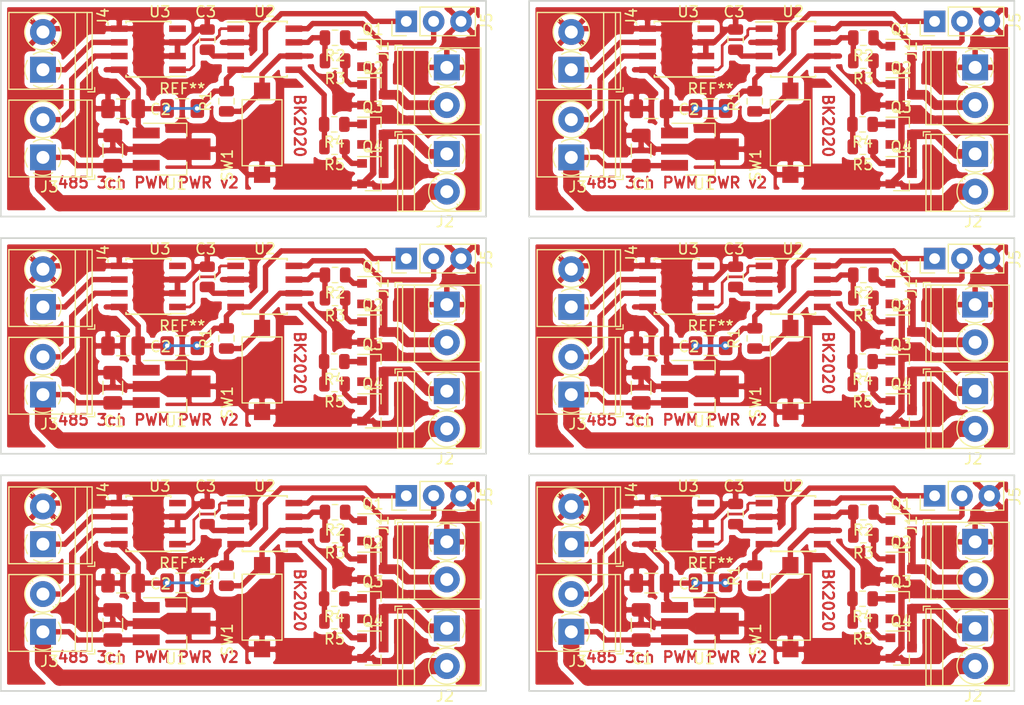
<source format=kicad_pcb>
(kicad_pcb (version 20171130) (host pcbnew 5.0.2-bee76a0~70~ubuntu16.04.1)
  (layers (0 F.Cu signal) (31 B.Cu signal) (34 B.Paste user) (35 F.Paste user) (36 B.SilkS user) (37 F.SilkS user) (38 B.Mask user) (39 F.Mask user) (44 Edge.Cuts user))
  (net 0 "")
  (net 1 GND)
  (net 2 VCC)
  (net 3 +5V)
  (net 4 "Net-(C3-Pad1)")
  (net 5 /PWM1)
  (net 6 /SWIM_PWM2)
  (net 7 /BTN)
  (net 8 /PWM3)
  (net 9 /485_Rx)
  (net 10 /A)
  (net 11 /B)
  (net 12 /PWR1)
  (net 13 /PWR2)
  (net 14 "Net-(Q1-Pad1)")
  (net 15 "Net-(Q2-Pad1)")
  (net 16 "Net-(Q3-Pad1)")
  (net 17 "Net-(Q4-Pad1)")
  (module KiCad/kicad-footprints/Resistor_SMD.pretty:R_0805_2012Metric (layer F.Cu) (at 57.0008 71.4228 180)
    (fp_text reference R2 (at 0 -1.65 180) (layer F.SilkS))
    (fp_text value 33)
    (pad 1 smd roundrect (at -0.9375 0 180) (size 0.975 1.4) (layers F.Cu F.Paste F.Mask) (net 14 "Net-(Q1-Pad1)"))
    (pad 2 smd roundrect (at 0.9375 0 180) (size 0.975 1.4) (layers F.Cu F.Paste F.Mask) (net 5 /PWM1))
  )
  (module KiCad/kicad-footprints/Resistor_SMD.pretty:R_0805_2012Metric (layer F.Cu) (at 106.0008 71.4228 180)
    (fp_text reference R2 (at 0 -1.65 180) (layer F.SilkS))
    (fp_text value 33)
    (pad 2 smd roundrect (at 0.9375 0 180) (size 0.975 1.4) (layers F.Cu F.Paste F.Mask) (net 5 /PWM1))
    (pad 1 smd roundrect (at -0.9375 0 180) (size 0.975 1.4) (layers F.Cu F.Paste F.Mask) (net 14 "Net-(Q1-Pad1)"))
  )
  (module KiCad/kicad-footprints/Resistor_SMD.pretty:R_0805_2012Metric (layer F.Cu) (at 105.95 81.532 180)
    (fp_text reference R5 (at 0 -1.65 180) (layer F.SilkS))
    (fp_text value 33)
    (pad 1 smd roundrect (at -0.9375 0 180) (size 0.975 1.4) (layers F.Cu F.Paste F.Mask) (net 17 "Net-(Q4-Pad1)"))
    (pad 2 smd roundrect (at 0.9375 0 180) (size 0.975 1.4) (layers F.Cu F.Paste F.Mask) (net 8 /PWM3))
  )
  (module KiCad/kicad-footprints/Resistor_SMD.pretty:R_0805_2012Metric (layer F.Cu) (at 106.0008 73.5564 180)
    (fp_text reference R3 (at 0 -1.65 180) (layer F.SilkS))
    (fp_text value 33)
    (pad 1 smd roundrect (at -0.9375 0 180) (size 0.975 1.4) (layers F.Cu F.Paste F.Mask) (net 15 "Net-(Q2-Pad1)"))
    (pad 2 smd roundrect (at 0.9375 0 180) (size 0.975 1.4) (layers F.Cu F.Paste F.Mask) (net 5 /PWM1))
  )
  (module KiCad/kicad-footprints/Package_SO.pretty:SOIC-8_3.9x4.9mm_P1.27mm (layer F.Cu) (at 39.688 72.48 180)
    (fp_text reference U3 (at -1.062 3.48 180) (layer F.SilkS))
    (fp_text value SP3485EN)
    (pad 1 smd rect (at -2.7 -1.905 180) (size 1.55 0.6) (layers F.Cu F.Paste F.Mask) (net 9 /485_Rx))
    (pad 2 smd rect (at -2.7 -0.635 180) (size 1.55 0.6) (layers F.Cu F.Paste F.Mask) (net 1 GND))
    (pad 3 smd rect (at -2.7 0.635 180) (size 1.55 0.6) (layers F.Cu F.Paste F.Mask) (net 1 GND))
    (pad 4 smd rect (at -2.7 1.905 180) (size 1.55 0.6) (layers F.Cu F.Paste F.Mask))
    (pad 5 smd rect (at 2.7 1.905 180) (size 1.55 0.6) (layers F.Cu F.Paste F.Mask) (net 1 GND))
    (pad 6 smd rect (at 2.7 0.635 180) (size 1.55 0.6) (layers F.Cu F.Paste F.Mask) (net 10 /A))
    (pad 7 smd rect (at 2.7 -0.635 180) (size 1.55 0.6) (layers F.Cu F.Paste F.Mask) (net 11 /B))
    (pad 8 smd rect (at 2.7 -1.905 180) (size 1.55 0.6) (layers F.Cu F.Paste F.Mask) (net 3 +5V))
  )
  (module KiCad/kicad-footprints/TerminalBlock_Phoenix.pretty:TerminalBlock_Phoenix_PT-1,5-2-3.5-H_1x02_P3.50mm_Horizontal (layer F.Cu) (at 29.909 74.385 90)
    (fp_text reference J4 (at 4.885 5.591 90) (layer F.SilkS))
    (fp_text value In2)
    (pad 2 thru_hole circle (at 3.5 0 90) (size 2.4 2.4) (drill 1.2) (layers *.Cu *.Mask) (net 1 GND))
    (pad 1 thru_hole rect (at 0 0 90) (size 2.4 2.4) (drill 1.2) (layers *.Cu *.Mask) (net 10 /A))
  )
  (module KiCad/kicad-footprints/Capacitor_SMD.pretty:C_1206_3216Metric (layer F.Cu) (at 86.3412 78 180)
    (fp_text reference C2 (at -3.471 -0.063 180) (layer F.SilkS))
    (fp_text value 10u)
    (pad 2 smd roundrect (at 1.4 0 180) (size 1.25 1.75) (layers F.Cu F.Paste F.Mask) (roundrect_rratio 0.2) (net 1 GND))
    (pad 1 smd roundrect (at -1.4 0 180) (size 1.25 1.75) (layers F.Cu F.Paste F.Mask) (roundrect_rratio 0.2) (net 3 +5V))
  )
  (module KiCad/kicad-footprints/Resistor_SMD.pretty:R_0805_2012Metric (layer F.Cu) (at 56.9223 79.4492 180)
    (fp_text reference R4 (at 0 -1.65 180) (layer F.SilkS))
    (fp_text value 33)
    (pad 1 smd roundrect (at -0.9375 0 180) (size 0.975 1.4) (layers F.Cu F.Paste F.Mask) (net 16 "Net-(Q3-Pad1)"))
    (pad 2 smd roundrect (at 0.9375 0 180) (size 0.975 1.4) (layers F.Cu F.Paste F.Mask) (net 8 /PWM3))
  )
  (module KiCad/kicad-footprints/TerminalBlock_Phoenix.pretty:TerminalBlock_Phoenix_PT-1,5-2-3.5-H_1x02_P3.50mm_Horizontal (layer F.Cu) (at 78.909 82.513 90)
    (fp_text reference J3 (at -2.737 0.591 180) (layer F.SilkS))
    (fp_text value In1)
    (pad 2 thru_hole circle (at 3.5 0 90) (size 2.4 2.4) (drill 1.2) (layers *.Cu *.Mask) (net 11 /B))
    (pad 1 thru_hole rect (at 0 0 90) (size 2.4 2.4) (drill 1.2) (layers *.Cu *.Mask) (net 2 VCC))
  )
  (module KiCad/kicad-footprints/Button_Switch_SMD.pretty:SW_SPST_CK_RS282G05A3 (layer F.Cu) (at 50.229 80.227 270)
    (fp_text reference SW1 (at 3.023 3.229 270) (layer F.SilkS))
    (fp_text value Sw)
    (pad 1 smd rect (at -3.9 0 270) (size 1.5 1.5) (layers F.Cu F.Paste F.Mask) (net 7 /BTN))
    (pad 2 smd rect (at 3.9 0 270) (size 1.5 1.5) (layers F.Cu F.Paste F.Mask) (net 1 GND))
  )
  (module KiCad/kicad-footprints/TerminalBlock_Phoenix.pretty:TerminalBlock_Phoenix_PT-1,5-2-3.5-H_1x02_P3.50mm_Horizontal (layer F.Cu) (at 116.364 74.166 270)
    (fp_text reference J1 (at -1.587 5.917 270) (layer F.SilkS))
    (fp_text value PWM1)
    (pad 2 thru_hole circle (at 3.5 0 270) (size 2.4 2.4) (drill 1.2) (layers *.Cu *.Mask) (net 12 /PWR1))
    (pad 1 thru_hole rect (at 0 0 270) (size 2.4 2.4) (drill 1.2) (layers *.Cu *.Mask) (net 1 GND))
  )
  (module KiCad/kicad-footprints/Button_Switch_SMD.pretty:SW_SPST_CK_RS282G05A3 (layer F.Cu) (at 99.229 80.227 270)
    (fp_text reference SW1 (at 3.023 3.229 270) (layer F.SilkS))
    (fp_text value Sw)
    (pad 2 smd rect (at 3.9 0 270) (size 1.5 1.5) (layers F.Cu F.Paste F.Mask) (net 1 GND))
    (pad 1 smd rect (at -3.9 0 270) (size 1.5 1.5) (layers F.Cu F.Paste F.Mask) (net 7 /BTN))
  )
  (module KiCad/kicad-footprints/Package_TO_SOT_SMD.pretty:SOT-23 (layer F.Cu) (at 109.506 80.3636)
    (fp_text reference Q3 (at 0 -2.5) (layer F.SilkS))
    (fp_text value AO3400)
    (pad 1 smd rect (at -1 -0.95) (size 0.9 0.8) (layers F.Cu F.Paste F.Mask) (net 16 "Net-(Q3-Pad1)"))
    (pad 2 smd rect (at -1 0.95) (size 0.9 0.8) (layers F.Cu F.Paste F.Mask) (net 1 GND))
    (pad 3 smd rect (at 1 0) (size 0.9 0.8) (layers F.Cu F.Paste F.Mask) (net 13 /PWR2))
  )
  (module KiCad/kicad-footprints/Capacitor_SMD.pretty:C_1206_3216Metric (layer F.Cu) (at 85.386 81.878 90)
    (fp_text reference C1 (at -3.122 0.114 180) (layer F.SilkS))
    (fp_text value 10u)
    (pad 1 smd roundrect (at -1.4 0 90) (size 1.25 1.75) (layers F.Cu F.Paste F.Mask) (roundrect_rratio 0.2) (net 2 VCC))
    (pad 2 smd roundrect (at 1.4 0 90) (size 1.25 1.75) (layers F.Cu F.Paste F.Mask) (roundrect_rratio 0.2) (net 1 GND))
  )
  (module KiCad/kicad-footprints/Resistor_SMD.pretty:R_1206_3216Metric (layer F.Cu) (at 91.8276 77.976)
    (fp_text reference REF** (at 0 -1.82) (layer F.SilkS))
    (fp_text value R_1206_3216Metric)
    (pad 1 smd roundrect (at -1.4 0) (size 1.25 1.75) (layers F.Cu F.Paste F.Mask) (roundrect_rratio 0.2) (net 3 +5V))
    (pad 2 smd roundrect (at 1.4 0) (size 1.25 1.75) (layers F.Cu F.Paste F.Mask) (roundrect_rratio 0.2) (net 3 +5V))
  )
  (module KiCad/kicad-footprints/Package_TO_SOT_SMD.pretty:SOT-89-3_Handsoldering (layer F.Cu) (at 90.466 81.751)
    (fp_text reference U1 (at 0.784 3.249) (layer F.SilkS))
    (fp_text value L78L05_SOT89)
    (pad 2 smd trapezoid (at -0.37 0 90) (size 1.5 0.75) (rect_delta 0 0.5) (layers F.Cu F.Paste F.Mask) (net 1 GND))
    (pad 2 smd rect (at 1.98 0 270) (size 2 4) (layers F.Cu F.Paste F.Mask) (net 1 GND))
    (pad 3 smd rect (at -1.98 1.5 270) (size 1 2.5) (layers F.Cu F.Paste F.Mask) (net 2 VCC))
    (pad 2 smd rect (at -1.98 0 270) (size 1 2.5) (layers F.Cu F.Paste F.Mask) (net 1 GND))
    (pad 1 smd rect (at -1.98 -1.5 270) (size 1 2.5) (layers F.Cu F.Paste F.Mask) (net 3 +5V))
  )
  (module KiCad/kicad-footprints/Resistor_SMD.pretty:R_0805_2012Metric (layer F.Cu) (at 95.927 77.306 270)
    (fp_text reference R1 (at 0 1.927 270) (layer F.SilkS))
    (fp_text value 10K)
    (pad 2 smd roundrect (at 0.9375 0 270) (size 0.975 1.4) (layers F.Cu F.Paste F.Mask) (net 7 /BTN))
    (pad 1 smd roundrect (at -0.9375 0 270) (size 0.975 1.4) (layers F.Cu F.Paste F.Mask) (net 3 +5V))
  )
  (module KiCad/kicad-footprints/Package_TO_SOT_SMD.pretty:SOT-23 (layer F.Cu) (at 109.506 84.0212)
    (fp_text reference Q4 (at 0 -2.5) (layer F.SilkS))
    (fp_text value AO3400)
    (pad 3 smd rect (at 1 0) (size 0.9 0.8) (layers F.Cu F.Paste F.Mask) (net 13 /PWR2))
    (pad 2 smd rect (at -1 0.95) (size 0.9 0.8) (layers F.Cu F.Paste F.Mask) (net 1 GND))
    (pad 1 smd rect (at -1 -0.95) (size 0.9 0.8) (layers F.Cu F.Paste F.Mask) (net 17 "Net-(Q4-Pad1)"))
  )
  (module KiCad/kicad-footprints/Capacitor_SMD.pretty:C_1206_3216Metric (layer F.Cu) (at 37.3412 78 180)
    (fp_text reference C2 (at -3.471 -0.063 180) (layer F.SilkS))
    (fp_text value 10u)
    (pad 1 smd roundrect (at -1.4 0 180) (size 1.25 1.75) (layers F.Cu F.Paste F.Mask) (roundrect_rratio 0.2) (net 3 +5V))
    (pad 2 smd roundrect (at 1.4 0 180) (size 1.25 1.75) (layers F.Cu F.Paste F.Mask) (roundrect_rratio 0.2) (net 1 GND))
  )
  (module KiCad/kicad-footprints/Resistor_SMD.pretty:R_1206_3216Metric (layer F.Cu) (at 42.8276 77.976)
    (fp_text reference REF** (at 0 -1.82) (layer F.SilkS))
    (fp_text value R_1206_3216Metric)
    (pad 2 smd roundrect (at 1.4 0) (size 1.25 1.75) (layers F.Cu F.Paste F.Mask) (roundrect_rratio 0.2) (net 3 +5V))
    (pad 1 smd roundrect (at -1.4 0) (size 1.25 1.75) (layers F.Cu F.Paste F.Mask) (roundrect_rratio 0.2) (net 3 +5V))
  )
  (module KiCad/kicad-footprints/Package_TO_SOT_SMD.pretty:SOT-89-3_Handsoldering (layer F.Cu) (at 41.466 81.751)
    (fp_text reference U1 (at 0.784 3.249) (layer F.SilkS))
    (fp_text value L78L05_SOT89)
    (pad 1 smd rect (at -1.98 -1.5 270) (size 1 2.5) (layers F.Cu F.Paste F.Mask) (net 3 +5V))
    (pad 2 smd rect (at -1.98 0 270) (size 1 2.5) (layers F.Cu F.Paste F.Mask) (net 1 GND))
    (pad 3 smd rect (at -1.98 1.5 270) (size 1 2.5) (layers F.Cu F.Paste F.Mask) (net 2 VCC))
    (pad 2 smd rect (at 1.98 0 270) (size 2 4) (layers F.Cu F.Paste F.Mask) (net 1 GND))
    (pad 2 smd trapezoid (at -0.37 0 90) (size 1.5 0.75) (rect_delta 0 0.5) (layers F.Cu F.Paste F.Mask) (net 1 GND))
  )
  (module KiCad/kicad-footprints/Package_TO_SOT_SMD.pretty:SOT-23 (layer F.Cu) (at 60.506 84.0212)
    (fp_text reference Q4 (at 0 -2.5) (layer F.SilkS))
    (fp_text value AO3400)
    (pad 1 smd rect (at -1 -0.95) (size 0.9 0.8) (layers F.Cu F.Paste F.Mask) (net 17 "Net-(Q4-Pad1)"))
    (pad 2 smd rect (at -1 0.95) (size 0.9 0.8) (layers F.Cu F.Paste F.Mask) (net 1 GND))
    (pad 3 smd rect (at 1 0) (size 0.9 0.8) (layers F.Cu F.Paste F.Mask) (net 13 /PWR2))
  )
  (module KiCad/kicad-footprints/Package_TO_SOT_SMD.pretty:SOT-23 (layer F.Cu) (at 60.506 73.15)
    (fp_text reference Q1 (at 0 -2.5) (layer F.SilkS))
    (fp_text value AO3400)
    (pad 3 smd rect (at 1 0) (size 0.9 0.8) (layers F.Cu F.Paste F.Mask) (net 12 /PWR1))
    (pad 2 smd rect (at -1 0.95) (size 0.9 0.8) (layers F.Cu F.Paste F.Mask) (net 1 GND))
    (pad 1 smd rect (at -1 -0.95) (size 0.9 0.8) (layers F.Cu F.Paste F.Mask) (net 14 "Net-(Q1-Pad1)"))
  )
  (module KiCad/kicad-footprints/TerminalBlock_Phoenix.pretty:TerminalBlock_Phoenix_PT-1,5-2-3.5-H_1x02_P3.50mm_Horizontal (layer F.Cu) (at 78.909 74.385 90)
    (fp_text reference J4 (at 4.885 5.591 90) (layer F.SilkS))
    (fp_text value In2)
    (pad 1 thru_hole rect (at 0 0 90) (size 2.4 2.4) (drill 1.2) (layers *.Cu *.Mask) (net 10 /A))
    (pad 2 thru_hole circle (at 3.5 0 90) (size 2.4 2.4) (drill 1.2) (layers *.Cu *.Mask) (net 1 GND))
  )
  (module KiCad/kicad-footprints/TerminalBlock_Phoenix.pretty:TerminalBlock_Phoenix_PT-1,5-2-3.5-H_1x02_P3.50mm_Horizontal (layer F.Cu) (at 67.364 74.166 270)
    (fp_text reference J1 (at -1.587 5.917 270) (layer F.SilkS))
    (fp_text value PWM1)
    (pad 1 thru_hole rect (at 0 0 270) (size 2.4 2.4) (drill 1.2) (layers *.Cu *.Mask) (net 1 GND))
    (pad 2 thru_hole circle (at 3.5 0 270) (size 2.4 2.4) (drill 1.2) (layers *.Cu *.Mask) (net 12 /PWR1))
  )
  (module KiCad/kicad-footprints/Package_SO.pretty:SOIC-8_3.9x4.9mm_P1.27mm (layer F.Cu) (at 88.688 72.48 180)
    (fp_text reference U3 (at -1.062 3.48 180) (layer F.SilkS))
    (fp_text value SP3485EN)
    (pad 8 smd rect (at 2.7 -1.905 180) (size 1.55 0.6) (layers F.Cu F.Paste F.Mask) (net 3 +5V))
    (pad 7 smd rect (at 2.7 -0.635 180) (size 1.55 0.6) (layers F.Cu F.Paste F.Mask) (net 11 /B))
    (pad 6 smd rect (at 2.7 0.635 180) (size 1.55 0.6) (layers F.Cu F.Paste F.Mask) (net 10 /A))
    (pad 5 smd rect (at 2.7 1.905 180) (size 1.55 0.6) (layers F.Cu F.Paste F.Mask) (net 1 GND))
    (pad 4 smd rect (at -2.7 1.905 180) (size 1.55 0.6) (layers F.Cu F.Paste F.Mask))
    (pad 3 smd rect (at -2.7 0.635 180) (size 1.55 0.6) (layers F.Cu F.Paste F.Mask) (net 1 GND))
    (pad 2 smd rect (at -2.7 -0.635 180) (size 1.55 0.6) (layers F.Cu F.Paste F.Mask) (net 1 GND))
    (pad 1 smd rect (at -2.7 -1.905 180) (size 1.55 0.6) (layers F.Cu F.Paste F.Mask) (net 9 /485_Rx))
  )
  (module KiCad/kicad-footprints/TerminalBlock_Phoenix.pretty:TerminalBlock_Phoenix_PT-1,5-2-3.5-H_1x02_P3.50mm_Horizontal (layer F.Cu) (at 29.909 82.513 90)
    (fp_text reference J3 (at -2.737 0.591 180) (layer F.SilkS))
    (fp_text value In1)
    (pad 1 thru_hole rect (at 0 0 90) (size 2.4 2.4) (drill 1.2) (layers *.Cu *.Mask) (net 2 VCC))
    (pad 2 thru_hole circle (at 3.5 0 90) (size 2.4 2.4) (drill 1.2) (layers *.Cu *.Mask) (net 11 /B))
  )
  (module KiCad/kicad-footprints/Package_SO.pretty:SOIC-8_3.9x4.9mm_P1.27mm (layer F.Cu) (at 99.483 72.48)
    (fp_text reference U2 (at 0 -3.5) (layer F.SilkS))
    (fp_text value STM8S001J3M)
    (pad 1 smd rect (at -2.7 -1.905) (size 1.55 0.6) (layers F.Cu F.Paste F.Mask) (net 9 /485_Rx))
    (pad 2 smd rect (at -2.7 -0.635) (size 1.55 0.6) (layers F.Cu F.Paste F.Mask) (net 1 GND))
    (pad 3 smd rect (at -2.7 0.635) (size 1.55 0.6) (layers F.Cu F.Paste F.Mask) (net 4 "Net-(C3-Pad1)"))
    (pad 4 smd rect (at -2.7 1.905) (size 1.55 0.6) (layers F.Cu F.Paste F.Mask) (net 3 +5V))
    (pad 5 smd rect (at 2.7 1.905) (size 1.55 0.6) (layers F.Cu F.Paste F.Mask) (net 8 /PWM3))
    (pad 6 smd rect (at 2.7 0.635) (size 1.55 0.6) (layers F.Cu F.Paste F.Mask) (net 7 /BTN))
    (pad 7 smd rect (at 2.7 -0.635) (size 1.55 0.6) (layers F.Cu F.Paste F.Mask) (net 5 /PWM1))
    (pad 8 smd rect (at 2.7 -1.905) (size 1.55 0.6) (layers F.Cu F.Paste F.Mask) (net 6 /SWIM_PWM2))
  )
  (module KiCad/kicad-footprints/Capacitor_SMD.pretty:C_0805_2012Metric (layer F.Cu) (at 94.149 71.591 90)
    (fp_text reference C3 (at 2.591 -0.149 180) (layer F.SilkS))
    (fp_text value 1u)
    (pad 2 smd roundrect (at 0.9375 0 90) (size 0.975 1.4) (layers F.Cu F.Paste F.Mask) (net 1 GND))
    (pad 1 smd roundrect (at -0.9375 0 90) (size 0.975 1.4) (layers F.Cu F.Paste F.Mask) (net 4 "Net-(C3-Pad1)"))
  )
  (module KiCad/kicad-footprints/Package_TO_SOT_SMD.pretty:SOT-23 (layer F.Cu) (at 109.506 73.15)
    (fp_text reference Q1 (at 0 -2.5) (layer F.SilkS))
    (fp_text value AO3400)
    (pad 1 smd rect (at -1 -0.95) (size 0.9 0.8) (layers F.Cu F.Paste F.Mask) (net 14 "Net-(Q1-Pad1)"))
    (pad 2 smd rect (at -1 0.95) (size 0.9 0.8) (layers F.Cu F.Paste F.Mask) (net 1 GND))
    (pad 3 smd rect (at 1 0) (size 0.9 0.8) (layers F.Cu F.Paste F.Mask) (net 12 /PWR1))
  )
  (module KiCad/kicad-footprints/Package_TO_SOT_SMD.pretty:SOT-23 (layer F.Cu) (at 109.506 76.706)
    (fp_text reference Q2 (at 0 -2.5) (layer F.SilkS))
    (fp_text value AO3400)
    (pad 3 smd rect (at 1 0) (size 0.9 0.8) (layers F.Cu F.Paste F.Mask) (net 12 /PWR1))
    (pad 2 smd rect (at -1 0.95) (size 0.9 0.8) (layers F.Cu F.Paste F.Mask) (net 1 GND))
    (pad 1 smd rect (at -1 -0.95) (size 0.9 0.8) (layers F.Cu F.Paste F.Mask) (net 15 "Net-(Q2-Pad1)"))
  )
  (module KiCad/kicad-footprints/Resistor_SMD.pretty:R_0805_2012Metric (layer F.Cu) (at 57.0008 73.5564 180)
    (fp_text reference R3 (at 0 -1.65 180) (layer F.SilkS))
    (fp_text value 33)
    (pad 2 smd roundrect (at 0.9375 0 180) (size 0.975 1.4) (layers F.Cu F.Paste F.Mask) (net 5 /PWM1))
    (pad 1 smd roundrect (at -0.9375 0 180) (size 0.975 1.4) (layers F.Cu F.Paste F.Mask) (net 15 "Net-(Q2-Pad1)"))
  )
  (module KiCad/kicad-footprints/Capacitor_SMD.pretty:C_0805_2012Metric (layer F.Cu) (at 45.149 71.591 90)
    (fp_text reference C3 (at 2.591 -0.149 180) (layer F.SilkS))
    (fp_text value 1u)
    (pad 1 smd roundrect (at -0.9375 0 90) (size 0.975 1.4) (layers F.Cu F.Paste F.Mask) (net 4 "Net-(C3-Pad1)"))
    (pad 2 smd roundrect (at 0.9375 0 90) (size 0.975 1.4) (layers F.Cu F.Paste F.Mask) (net 1 GND))
  )
  (module KiCad/kicad-footprints/Package_TO_SOT_SMD.pretty:SOT-23 (layer F.Cu) (at 60.506 76.706)
    (fp_text reference Q2 (at 0 -2.5) (layer F.SilkS))
    (fp_text value AO3400)
    (pad 1 smd rect (at -1 -0.95) (size 0.9 0.8) (layers F.Cu F.Paste F.Mask) (net 15 "Net-(Q2-Pad1)"))
    (pad 2 smd rect (at -1 0.95) (size 0.9 0.8) (layers F.Cu F.Paste F.Mask) (net 1 GND))
    (pad 3 smd rect (at 1 0) (size 0.9 0.8) (layers F.Cu F.Paste F.Mask) (net 12 /PWR1))
  )
  (module KiCad/kicad-footprints/Capacitor_SMD.pretty:C_1206_3216Metric (layer F.Cu) (at 36.386 81.878 90)
    (fp_text reference C1 (at -3.122 0.114 180) (layer F.SilkS))
    (fp_text value 10u)
    (pad 2 smd roundrect (at 1.4 0 90) (size 1.25 1.75) (layers F.Cu F.Paste F.Mask) (roundrect_rratio 0.2) (net 1 GND))
    (pad 1 smd roundrect (at -1.4 0 90) (size 1.25 1.75) (layers F.Cu F.Paste F.Mask) (roundrect_rratio 0.2) (net 2 VCC))
  )
  (module KiCad/kicad-footprints/Package_SO.pretty:SOIC-8_3.9x4.9mm_P1.27mm (layer F.Cu) (at 50.483 72.48)
    (fp_text reference U2 (at 0 -3.5) (layer F.SilkS))
    (fp_text value STM8S001J3M)
    (pad 8 smd rect (at 2.7 -1.905) (size 1.55 0.6) (layers F.Cu F.Paste F.Mask) (net 6 /SWIM_PWM2))
    (pad 7 smd rect (at 2.7 -0.635) (size 1.55 0.6) (layers F.Cu F.Paste F.Mask) (net 5 /PWM1))
    (pad 6 smd rect (at 2.7 0.635) (size 1.55 0.6) (layers F.Cu F.Paste F.Mask) (net 7 /BTN))
    (pad 5 smd rect (at 2.7 1.905) (size 1.55 0.6) (layers F.Cu F.Paste F.Mask) (net 8 /PWM3))
    (pad 4 smd rect (at -2.7 1.905) (size 1.55 0.6) (layers F.Cu F.Paste F.Mask) (net 3 +5V))
    (pad 3 smd rect (at -2.7 0.635) (size 1.55 0.6) (layers F.Cu F.Paste F.Mask) (net 4 "Net-(C3-Pad1)"))
    (pad 2 smd rect (at -2.7 -0.635) (size 1.55 0.6) (layers F.Cu F.Paste F.Mask) (net 1 GND))
    (pad 1 smd rect (at -2.7 -1.905) (size 1.55 0.6) (layers F.Cu F.Paste F.Mask) (net 9 /485_Rx))
  )
  (module KiCad/kicad-footprints/Resistor_SMD.pretty:R_0805_2012Metric (layer F.Cu) (at 46.927 77.306 270)
    (fp_text reference R1 (at 0 1.927 270) (layer F.SilkS))
    (fp_text value 10K)
    (pad 1 smd roundrect (at -0.9375 0 270) (size 0.975 1.4) (layers F.Cu F.Paste F.Mask) (net 3 +5V))
    (pad 2 smd roundrect (at 0.9375 0 270) (size 0.975 1.4) (layers F.Cu F.Paste F.Mask) (net 7 /BTN))
  )
  (module KiCad/kicad-footprints/Package_TO_SOT_SMD.pretty:SOT-23 (layer F.Cu) (at 60.506 80.3636)
    (fp_text reference Q3 (at 0 -2.5) (layer F.SilkS))
    (fp_text value AO3400)
    (pad 3 smd rect (at 1 0) (size 0.9 0.8) (layers F.Cu F.Paste F.Mask) (net 13 /PWR2))
    (pad 2 smd rect (at -1 0.95) (size 0.9 0.8) (layers F.Cu F.Paste F.Mask) (net 1 GND))
    (pad 1 smd rect (at -1 -0.95) (size 0.9 0.8) (layers F.Cu F.Paste F.Mask) (net 16 "Net-(Q3-Pad1)"))
  )
  (module KiCad/kicad-footprints/TerminalBlock_Phoenix.pretty:TerminalBlock_Phoenix_PT-1,5-2-3.5-H_1x02_P3.50mm_Horizontal (layer F.Cu) (at 116.364 82.1924 270)
    (fp_text reference J2 (at 6.285 0.167) (layer F.SilkS))
    (fp_text value PWM2)
    (pad 1 thru_hole rect (at 0 0 270) (size 2.4 2.4) (drill 1.2) (layers *.Cu *.Mask) (net 13 /PWR2))
    (pad 2 thru_hole circle (at 3.5 0 270) (size 2.4 2.4) (drill 1.2) (layers *.Cu *.Mask) (net 2 VCC))
  )
  (module KiCad/kicad-footprints/TerminalBlock_Phoenix.pretty:TerminalBlock_Phoenix_PT-1,5-2-3.5-H_1x02_P3.50mm_Horizontal (layer F.Cu) (at 67.364 82.1924 270)
    (fp_text reference J2 (at 6.285 0.167) (layer F.SilkS))
    (fp_text value PWM2)
    (pad 2 thru_hole circle (at 3.5 0 270) (size 2.4 2.4) (drill 1.2) (layers *.Cu *.Mask) (net 2 VCC))
    (pad 1 thru_hole rect (at 0 0 270) (size 2.4 2.4) (drill 1.2) (layers *.Cu *.Mask) (net 13 /PWR2))
  )
  (module KiCad/kicad-footprints/Resistor_SMD.pretty:R_0805_2012Metric (layer F.Cu) (at 105.9223 79.4492 180)
    (fp_text reference R4 (at 0 -1.65 180) (layer F.SilkS))
    (fp_text value 33)
    (pad 2 smd roundrect (at 0.9375 0 180) (size 0.975 1.4) (layers F.Cu F.Paste F.Mask) (net 8 /PWM3))
    (pad 1 smd roundrect (at -0.9375 0 180) (size 0.975 1.4) (layers F.Cu F.Paste F.Mask) (net 16 "Net-(Q3-Pad1)"))
  )
  (module KiCad/kicad-footprints/Connector_PinHeader_2.54mm.pretty:PinHeader_1x03_P2.54mm_Vertical (layer F.Cu) (at 63.6048 69.8988 90)
    (fp_text reference J5 (at -0.043 7.444 90) (layer F.SilkS))
    (fp_text value SWIM)
    (pad 1 thru_hole rect (at 0 0 90) (size 2 2) (drill 1) (layers *.Cu *.Mask) (net 3 +5V))
    (pad 2 thru_hole circle (at 0 2.54 90) (size 2 2) (drill 1) (layers *.Cu *.Mask) (net 6 /SWIM_PWM2))
    (pad 3 thru_hole circle (at 0 5.08 90) (size 2 2) (drill 1) (layers *.Cu *.Mask) (net 1 GND))
  )
  (module KiCad/kicad-footprints/Resistor_SMD.pretty:R_0805_2012Metric (layer F.Cu) (at 56.95 81.532 180)
    (fp_text reference R5 (at 0 -1.65 180) (layer F.SilkS))
    (fp_text value 33)
    (pad 2 smd roundrect (at 0.9375 0 180) (size 0.975 1.4) (layers F.Cu F.Paste F.Mask) (net 8 /PWM3))
    (pad 1 smd roundrect (at -0.9375 0 180) (size 0.975 1.4) (layers F.Cu F.Paste F.Mask) (net 17 "Net-(Q4-Pad1)"))
  )
  (module KiCad/kicad-footprints/Connector_PinHeader_2.54mm.pretty:PinHeader_1x03_P2.54mm_Vertical (layer F.Cu) (at 112.6048 69.8988 90)
    (fp_text reference J5 (at -0.043 7.444 90) (layer F.SilkS))
    (fp_text value SWIM)
    (pad 3 thru_hole circle (at 0 5.08 90) (size 2 2) (drill 1) (layers *.Cu *.Mask) (net 1 GND))
    (pad 2 thru_hole circle (at 0 2.54 90) (size 2 2) (drill 1) (layers *.Cu *.Mask) (net 6 /SWIM_PWM2))
    (pad 1 thru_hole rect (at 0 0 90) (size 2 2) (drill 1) (layers *.Cu *.Mask) (net 3 +5V))
  )
  (module KiCad/kicad-footprints/Package_TO_SOT_SMD.pretty:SOT-23 (layer F.Cu) (at 60.506 54.706)
    (fp_text reference Q2 (at 0 -2.5) (layer F.SilkS))
    (fp_text value AO3400)
    (pad 3 smd rect (at 1 0) (size 0.9 0.8) (layers F.Cu F.Paste F.Mask) (net 12 /PWR1))
    (pad 2 smd rect (at -1 0.95) (size 0.9 0.8) (layers F.Cu F.Paste F.Mask) (net 1 GND))
    (pad 1 smd rect (at -1 -0.95) (size 0.9 0.8) (layers F.Cu F.Paste F.Mask) (net 15 "Net-(Q2-Pad1)"))
  )
  (module KiCad/kicad-footprints/Resistor_SMD.pretty:R_1206_3216Metric (layer F.Cu) (at 42.8276 55.976)
    (fp_text reference REF** (at 0 -1.82) (layer F.SilkS))
    (fp_text value R_1206_3216Metric)
    (pad 1 smd roundrect (at -1.4 0) (size 1.25 1.75) (layers F.Cu F.Paste F.Mask) (roundrect_rratio 0.2) (net 3 +5V))
    (pad 2 smd roundrect (at 1.4 0) (size 1.25 1.75) (layers F.Cu F.Paste F.Mask) (roundrect_rratio 0.2) (net 3 +5V))
  )
  (module KiCad/kicad-footprints/Capacitor_SMD.pretty:C_1206_3216Metric (layer F.Cu) (at 85.386 59.878 90)
    (fp_text reference C1 (at -3.122 0.114 180) (layer F.SilkS))
    (fp_text value 10u)
    (pad 2 smd roundrect (at 1.4 0 90) (size 1.25 1.75) (layers F.Cu F.Paste F.Mask) (roundrect_rratio 0.2) (net 1 GND))
    (pad 1 smd roundrect (at -1.4 0 90) (size 1.25 1.75) (layers F.Cu F.Paste F.Mask) (roundrect_rratio 0.2) (net 2 VCC))
  )
  (module KiCad/kicad-footprints/TerminalBlock_Phoenix.pretty:TerminalBlock_Phoenix_PT-1,5-2-3.5-H_1x02_P3.50mm_Horizontal (layer F.Cu) (at 78.909 60.513 90)
    (fp_text reference J3 (at -2.737 0.591 180) (layer F.SilkS))
    (fp_text value In1)
    (pad 1 thru_hole rect (at 0 0 90) (size 2.4 2.4) (drill 1.2) (layers *.Cu *.Mask) (net 2 VCC))
    (pad 2 thru_hole circle (at 3.5 0 90) (size 2.4 2.4) (drill 1.2) (layers *.Cu *.Mask) (net 11 /B))
  )
  (module KiCad/kicad-footprints/Resistor_SMD.pretty:R_0805_2012Metric (layer F.Cu) (at 95.927 55.306 270)
    (fp_text reference R1 (at 0 1.927 270) (layer F.SilkS))
    (fp_text value 10K)
    (pad 1 smd roundrect (at -0.9375 0 270) (size 0.975 1.4) (layers F.Cu F.Paste F.Mask) (net 3 +5V))
    (pad 2 smd roundrect (at 0.9375 0 270) (size 0.975 1.4) (layers F.Cu F.Paste F.Mask) (net 7 /BTN))
  )
  (module KiCad/kicad-footprints/Resistor_SMD.pretty:R_0805_2012Metric (layer F.Cu) (at 106.0008 51.5564 180)
    (fp_text reference R3 (at 0 -1.65 180) (layer F.SilkS))
    (fp_text value 33)
    (pad 2 smd roundrect (at 0.9375 0 180) (size 0.975 1.4) (layers F.Cu F.Paste F.Mask) (net 5 /PWM1))
    (pad 1 smd roundrect (at -0.9375 0 180) (size 0.975 1.4) (layers F.Cu F.Paste F.Mask) (net 15 "Net-(Q2-Pad1)"))
  )
  (module KiCad/kicad-footprints/TerminalBlock_Phoenix.pretty:TerminalBlock_Phoenix_PT-1,5-2-3.5-H_1x02_P3.50mm_Horizontal (layer F.Cu) (at 116.364 52.166 270)
    (fp_text reference J1 (at -1.587 5.917 270) (layer F.SilkS))
    (fp_text value PWM1)
    (pad 1 thru_hole rect (at 0 0 270) (size 2.4 2.4) (drill 1.2) (layers *.Cu *.Mask) (net 1 GND))
    (pad 2 thru_hole circle (at 3.5 0 270) (size 2.4 2.4) (drill 1.2) (layers *.Cu *.Mask) (net 12 /PWR1))
  )
  (module KiCad/kicad-footprints/Package_SO.pretty:SOIC-8_3.9x4.9mm_P1.27mm (layer F.Cu) (at 99.483 50.48)
    (fp_text reference U2 (at 0 -3.5) (layer F.SilkS))
    (fp_text value STM8S001J3M)
    (pad 8 smd rect (at 2.7 -1.905) (size 1.55 0.6) (layers F.Cu F.Paste F.Mask) (net 6 /SWIM_PWM2))
    (pad 7 smd rect (at 2.7 -0.635) (size 1.55 0.6) (layers F.Cu F.Paste F.Mask) (net 5 /PWM1))
    (pad 6 smd rect (at 2.7 0.635) (size 1.55 0.6) (layers F.Cu F.Paste F.Mask) (net 7 /BTN))
    (pad 5 smd rect (at 2.7 1.905) (size 1.55 0.6) (layers F.Cu F.Paste F.Mask) (net 8 /PWM3))
    (pad 4 smd rect (at -2.7 1.905) (size 1.55 0.6) (layers F.Cu F.Paste F.Mask) (net 3 +5V))
    (pad 3 smd rect (at -2.7 0.635) (size 1.55 0.6) (layers F.Cu F.Paste F.Mask) (net 4 "Net-(C3-Pad1)"))
    (pad 2 smd rect (at -2.7 -0.635) (size 1.55 0.6) (layers F.Cu F.Paste F.Mask) (net 1 GND))
    (pad 1 smd rect (at -2.7 -1.905) (size 1.55 0.6) (layers F.Cu F.Paste F.Mask) (net 9 /485_Rx))
  )
  (module KiCad/kicad-footprints/Package_TO_SOT_SMD.pretty:SOT-23 (layer F.Cu) (at 109.506 58.3636)
    (fp_text reference Q3 (at 0 -2.5) (layer F.SilkS))
    (fp_text value AO3400)
    (pad 3 smd rect (at 1 0) (size 0.9 0.8) (layers F.Cu F.Paste F.Mask) (net 13 /PWR2))
    (pad 2 smd rect (at -1 0.95) (size 0.9 0.8) (layers F.Cu F.Paste F.Mask) (net 1 GND))
    (pad 1 smd rect (at -1 -0.95) (size 0.9 0.8) (layers F.Cu F.Paste F.Mask) (net 16 "Net-(Q3-Pad1)"))
  )
  (module KiCad/kicad-footprints/Package_TO_SOT_SMD.pretty:SOT-23 (layer F.Cu) (at 109.506 54.706)
    (fp_text reference Q2 (at 0 -2.5) (layer F.SilkS))
    (fp_text value AO3400)
    (pad 1 smd rect (at -1 -0.95) (size 0.9 0.8) (layers F.Cu F.Paste F.Mask) (net 15 "Net-(Q2-Pad1)"))
    (pad 2 smd rect (at -1 0.95) (size 0.9 0.8) (layers F.Cu F.Paste F.Mask) (net 1 GND))
    (pad 3 smd rect (at 1 0) (size 0.9 0.8) (layers F.Cu F.Paste F.Mask) (net 12 /PWR1))
  )
  (module KiCad/kicad-footprints/Resistor_SMD.pretty:R_0805_2012Metric (layer F.Cu) (at 105.95 59.532 180)
    (fp_text reference R5 (at 0 -1.65 180) (layer F.SilkS))
    (fp_text value 33)
    (pad 2 smd roundrect (at 0.9375 0 180) (size 0.975 1.4) (layers F.Cu F.Paste F.Mask) (net 8 /PWM3))
    (pad 1 smd roundrect (at -0.9375 0 180) (size 0.975 1.4) (layers F.Cu F.Paste F.Mask) (net 17 "Net-(Q4-Pad1)"))
  )
  (module KiCad/kicad-footprints/Resistor_SMD.pretty:R_0805_2012Metric (layer F.Cu) (at 56.9223 57.4492 180)
    (fp_text reference R4 (at 0 -1.65 180) (layer F.SilkS))
    (fp_text value 33)
    (pad 2 smd roundrect (at 0.9375 0 180) (size 0.975 1.4) (layers F.Cu F.Paste F.Mask) (net 8 /PWM3))
    (pad 1 smd roundrect (at -0.9375 0 180) (size 0.975 1.4) (layers F.Cu F.Paste F.Mask) (net 16 "Net-(Q3-Pad1)"))
  )
  (module KiCad/kicad-footprints/TerminalBlock_Phoenix.pretty:TerminalBlock_Phoenix_PT-1,5-2-3.5-H_1x02_P3.50mm_Horizontal (layer F.Cu) (at 116.364 60.1924 270)
    (fp_text reference J2 (at 6.285 0.167) (layer F.SilkS))
    (fp_text value PWM2)
    (pad 2 thru_hole circle (at 3.5 0 270) (size 2.4 2.4) (drill 1.2) (layers *.Cu *.Mask) (net 2 VCC))
    (pad 1 thru_hole rect (at 0 0 270) (size 2.4 2.4) (drill 1.2) (layers *.Cu *.Mask) (net 13 /PWR2))
  )
  (module KiCad/kicad-footprints/Button_Switch_SMD.pretty:SW_SPST_CK_RS282G05A3 (layer F.Cu) (at 99.229 58.227 270)
    (fp_text reference SW1 (at 3.023 3.229 270) (layer F.SilkS))
    (fp_text value Sw)
    (pad 1 smd rect (at -3.9 0 270) (size 1.5 1.5) (layers F.Cu F.Paste F.Mask) (net 7 /BTN))
    (pad 2 smd rect (at 3.9 0 270) (size 1.5 1.5) (layers F.Cu F.Paste F.Mask) (net 1 GND))
  )
  (module KiCad/kicad-footprints/Capacitor_SMD.pretty:C_1206_3216Metric (layer F.Cu) (at 37.3412 56 180)
    (fp_text reference C2 (at -3.471 -0.063 180) (layer F.SilkS))
    (fp_text value 10u)
    (pad 2 smd roundrect (at 1.4 0 180) (size 1.25 1.75) (layers F.Cu F.Paste F.Mask) (roundrect_rratio 0.2) (net 1 GND))
    (pad 1 smd roundrect (at -1.4 0 180) (size 1.25 1.75) (layers F.Cu F.Paste F.Mask) (roundrect_rratio 0.2) (net 3 +5V))
  )
  (module KiCad/kicad-footprints/Package_TO_SOT_SMD.pretty:SOT-23 (layer F.Cu) (at 109.506 62.0212)
    (fp_text reference Q4 (at 0 -2.5) (layer F.SilkS))
    (fp_text value AO3400)
    (pad 1 smd rect (at -1 -0.95) (size 0.9 0.8) (layers F.Cu F.Paste F.Mask) (net 17 "Net-(Q4-Pad1)"))
    (pad 2 smd rect (at -1 0.95) (size 0.9 0.8) (layers F.Cu F.Paste F.Mask) (net 1 GND))
    (pad 3 smd rect (at 1 0) (size 0.9 0.8) (layers F.Cu F.Paste F.Mask) (net 13 /PWR2))
  )
  (module KiCad/kicad-footprints/TerminalBlock_Phoenix.pretty:TerminalBlock_Phoenix_PT-1,5-2-3.5-H_1x02_P3.50mm_Horizontal (layer F.Cu) (at 67.364 60.1924 270)
    (fp_text reference J2 (at 6.285 0.167) (layer F.SilkS))
    (fp_text value PWM2)
    (pad 1 thru_hole rect (at 0 0 270) (size 2.4 2.4) (drill 1.2) (layers *.Cu *.Mask) (net 13 /PWR2))
    (pad 2 thru_hole circle (at 3.5 0 270) (size 2.4 2.4) (drill 1.2) (layers *.Cu *.Mask) (net 2 VCC))
  )
  (module KiCad/kicad-footprints/Package_SO.pretty:SOIC-8_3.9x4.9mm_P1.27mm (layer F.Cu) (at 88.688 50.48 180)
    (fp_text reference U3 (at -1.062 3.48 180) (layer F.SilkS))
    (fp_text value SP3485EN)
    (pad 1 smd rect (at -2.7 -1.905 180) (size 1.55 0.6) (layers F.Cu F.Paste F.Mask) (net 9 /485_Rx))
    (pad 2 smd rect (at -2.7 -0.635 180) (size 1.55 0.6) (layers F.Cu F.Paste F.Mask) (net 1 GND))
    (pad 3 smd rect (at -2.7 0.635 180) (size 1.55 0.6) (layers F.Cu F.Paste F.Mask) (net 1 GND))
    (pad 4 smd rect (at -2.7 1.905 180) (size 1.55 0.6) (layers F.Cu F.Paste F.Mask))
    (pad 5 smd rect (at 2.7 1.905 180) (size 1.55 0.6) (layers F.Cu F.Paste F.Mask) (net 1 GND))
    (pad 6 smd rect (at 2.7 0.635 180) (size 1.55 0.6) (layers F.Cu F.Paste F.Mask) (net 10 /A))
    (pad 7 smd rect (at 2.7 -0.635 180) (size 1.55 0.6) (layers F.Cu F.Paste F.Mask) (net 11 /B))
    (pad 8 smd rect (at 2.7 -1.905 180) (size 1.55 0.6) (layers F.Cu F.Paste F.Mask) (net 3 +5V))
  )
  (module KiCad/kicad-footprints/Resistor_SMD.pretty:R_0805_2012Metric (layer F.Cu) (at 105.9223 57.4492 180)
    (fp_text reference R4 (at 0 -1.65 180) (layer F.SilkS))
    (fp_text value 33)
    (pad 1 smd roundrect (at -0.9375 0 180) (size 0.975 1.4) (layers F.Cu F.Paste F.Mask) (net 16 "Net-(Q3-Pad1)"))
    (pad 2 smd roundrect (at 0.9375 0 180) (size 0.975 1.4) (layers F.Cu F.Paste F.Mask) (net 8 /PWM3))
  )
  (module KiCad/kicad-footprints/Package_SO.pretty:SOIC-8_3.9x4.9mm_P1.27mm (layer F.Cu) (at 39.688 50.48 180)
    (fp_text reference U3 (at -1.062 3.48 180) (layer F.SilkS))
    (fp_text value SP3485EN)
    (pad 8 smd rect (at 2.7 -1.905 180) (size 1.55 0.6) (layers F.Cu F.Paste F.Mask) (net 3 +5V))
    (pad 7 smd rect (at 2.7 -0.635 180) (size 1.55 0.6) (layers F.Cu F.Paste F.Mask) (net 11 /B))
    (pad 6 smd rect (at 2.7 0.635 180) (size 1.55 0.6) (layers F.Cu F.Paste F.Mask) (net 10 /A))
    (pad 5 smd rect (at 2.7 1.905 180) (size 1.55 0.6) (layers F.Cu F.Paste F.Mask) (net 1 GND))
    (pad 4 smd rect (at -2.7 1.905 180) (size 1.55 0.6) (layers F.Cu F.Paste F.Mask))
    (pad 3 smd rect (at -2.7 0.635 180) (size 1.55 0.6) (layers F.Cu F.Paste F.Mask) (net 1 GND))
    (pad 2 smd rect (at -2.7 -0.635 180) (size 1.55 0.6) (layers F.Cu F.Paste F.Mask) (net 1 GND))
    (pad 1 smd rect (at -2.7 -1.905 180) (size 1.55 0.6) (layers F.Cu F.Paste F.Mask) (net 9 /485_Rx))
  )
  (module KiCad/kicad-footprints/Resistor_SMD.pretty:R_0805_2012Metric (layer F.Cu) (at 57.0008 51.5564 180)
    (fp_text reference R3 (at 0 -1.65 180) (layer F.SilkS))
    (fp_text value 33)
    (pad 1 smd roundrect (at -0.9375 0 180) (size 0.975 1.4) (layers F.Cu F.Paste F.Mask) (net 15 "Net-(Q2-Pad1)"))
    (pad 2 smd roundrect (at 0.9375 0 180) (size 0.975 1.4) (layers F.Cu F.Paste F.Mask) (net 5 /PWM1))
  )
  (module KiCad/kicad-footprints/Connector_PinHeader_2.54mm.pretty:PinHeader_1x03_P2.54mm_Vertical (layer F.Cu) (at 112.6048 47.8988 90)
    (fp_text reference J5 (at -0.043 7.444 90) (layer F.SilkS))
    (fp_text value SWIM)
    (pad 1 thru_hole rect (at 0 0 90) (size 2 2) (drill 1) (layers *.Cu *.Mask) (net 3 +5V))
    (pad 2 thru_hole circle (at 0 2.54 90) (size 2 2) (drill 1) (layers *.Cu *.Mask) (net 6 /SWIM_PWM2))
    (pad 3 thru_hole circle (at 0 5.08 90) (size 2 2) (drill 1) (layers *.Cu *.Mask) (net 1 GND))
  )
  (module KiCad/kicad-footprints/Button_Switch_SMD.pretty:SW_SPST_CK_RS282G05A3 (layer F.Cu) (at 50.229 58.227 270)
    (fp_text reference SW1 (at 3.023 3.229 270) (layer F.SilkS))
    (fp_text value Sw)
    (pad 2 smd rect (at 3.9 0 270) (size 1.5 1.5) (layers F.Cu F.Paste F.Mask) (net 1 GND))
    (pad 1 smd rect (at -3.9 0 270) (size 1.5 1.5) (layers F.Cu F.Paste F.Mask) (net 7 /BTN))
  )
  (module KiCad/kicad-footprints/Capacitor_SMD.pretty:C_1206_3216Metric (layer F.Cu) (at 86.3412 56 180)
    (fp_text reference C2 (at -3.471 -0.063 180) (layer F.SilkS))
    (fp_text value 10u)
    (pad 1 smd roundrect (at -1.4 0 180) (size 1.25 1.75) (layers F.Cu F.Paste F.Mask) (roundrect_rratio 0.2) (net 3 +5V))
    (pad 2 smd roundrect (at 1.4 0 180) (size 1.25 1.75) (layers F.Cu F.Paste F.Mask) (roundrect_rratio 0.2) (net 1 GND))
  )
  (module KiCad/kicad-footprints/Package_TO_SOT_SMD.pretty:SOT-23 (layer F.Cu) (at 60.506 51.15)
    (fp_text reference Q1 (at 0 -2.5) (layer F.SilkS))
    (fp_text value AO3400)
    (pad 1 smd rect (at -1 -0.95) (size 0.9 0.8) (layers F.Cu F.Paste F.Mask) (net 14 "Net-(Q1-Pad1)"))
    (pad 2 smd rect (at -1 0.95) (size 0.9 0.8) (layers F.Cu F.Paste F.Mask) (net 1 GND))
    (pad 3 smd rect (at 1 0) (size 0.9 0.8) (layers F.Cu F.Paste F.Mask) (net 12 /PWR1))
  )
  (module KiCad/kicad-footprints/Connector_PinHeader_2.54mm.pretty:PinHeader_1x03_P2.54mm_Vertical (layer F.Cu) (at 63.6048 47.8988 90)
    (fp_text reference J5 (at -0.043 7.444 90) (layer F.SilkS))
    (fp_text value SWIM)
    (pad 3 thru_hole circle (at 0 5.08 90) (size 2 2) (drill 1) (layers *.Cu *.Mask) (net 1 GND))
    (pad 2 thru_hole circle (at 0 2.54 90) (size 2 2) (drill 1) (layers *.Cu *.Mask) (net 6 /SWIM_PWM2))
    (pad 1 thru_hole rect (at 0 0 90) (size 2 2) (drill 1) (layers *.Cu *.Mask) (net 3 +5V))
  )
  (module KiCad/kicad-footprints/Resistor_SMD.pretty:R_0805_2012Metric (layer F.Cu) (at 56.95 59.532 180)
    (fp_text reference R5 (at 0 -1.65 180) (layer F.SilkS))
    (fp_text value 33)
    (pad 1 smd roundrect (at -0.9375 0 180) (size 0.975 1.4) (layers F.Cu F.Paste F.Mask) (net 17 "Net-(Q4-Pad1)"))
    (pad 2 smd roundrect (at 0.9375 0 180) (size 0.975 1.4) (layers F.Cu F.Paste F.Mask) (net 8 /PWM3))
  )
  (module KiCad/kicad-footprints/Resistor_SMD.pretty:R_0805_2012Metric (layer F.Cu) (at 57.0008 49.4228 180)
    (fp_text reference R2 (at 0 -1.65 180) (layer F.SilkS))
    (fp_text value 33)
    (pad 2 smd roundrect (at 0.9375 0 180) (size 0.975 1.4) (layers F.Cu F.Paste F.Mask) (net 5 /PWM1))
    (pad 1 smd roundrect (at -0.9375 0 180) (size 0.975 1.4) (layers F.Cu F.Paste F.Mask) (net 14 "Net-(Q1-Pad1)"))
  )
  (module KiCad/kicad-footprints/Package_TO_SOT_SMD.pretty:SOT-23 (layer F.Cu) (at 60.506 62.0212)
    (fp_text reference Q4 (at 0 -2.5) (layer F.SilkS))
    (fp_text value AO3400)
    (pad 3 smd rect (at 1 0) (size 0.9 0.8) (layers F.Cu F.Paste F.Mask) (net 13 /PWR2))
    (pad 2 smd rect (at -1 0.95) (size 0.9 0.8) (layers F.Cu F.Paste F.Mask) (net 1 GND))
    (pad 1 smd rect (at -1 -0.95) (size 0.9 0.8) (layers F.Cu F.Paste F.Mask) (net 17 "Net-(Q4-Pad1)"))
  )
  (module KiCad/kicad-footprints/Package_TO_SOT_SMD.pretty:SOT-89-3_Handsoldering (layer F.Cu) (at 41.466 59.751)
    (fp_text reference U1 (at 0.784 3.249) (layer F.SilkS))
    (fp_text value L78L05_SOT89)
    (pad 2 smd trapezoid (at -0.37 0 90) (size 1.5 0.75) (rect_delta 0 0.5) (layers F.Cu F.Paste F.Mask) (net 1 GND))
    (pad 2 smd rect (at 1.98 0 270) (size 2 4) (layers F.Cu F.Paste F.Mask) (net 1 GND))
    (pad 3 smd rect (at -1.98 1.5 270) (size 1 2.5) (layers F.Cu F.Paste F.Mask) (net 2 VCC))
    (pad 2 smd rect (at -1.98 0 270) (size 1 2.5) (layers F.Cu F.Paste F.Mask) (net 1 GND))
    (pad 1 smd rect (at -1.98 -1.5 270) (size 1 2.5) (layers F.Cu F.Paste F.Mask) (net 3 +5V))
  )
  (module KiCad/kicad-footprints/TerminalBlock_Phoenix.pretty:TerminalBlock_Phoenix_PT-1,5-2-3.5-H_1x02_P3.50mm_Horizontal (layer F.Cu) (at 78.909 52.385 90)
    (fp_text reference J4 (at 4.885 5.591 90) (layer F.SilkS))
    (fp_text value In2)
    (pad 2 thru_hole circle (at 3.5 0 90) (size 2.4 2.4) (drill 1.2) (layers *.Cu *.Mask) (net 1 GND))
    (pad 1 thru_hole rect (at 0 0 90) (size 2.4 2.4) (drill 1.2) (layers *.Cu *.Mask) (net 10 /A))
  )
  (module KiCad/kicad-footprints/Resistor_SMD.pretty:R_0805_2012Metric (layer F.Cu) (at 46.927 55.306 270)
    (fp_text reference R1 (at 0 1.927 270) (layer F.SilkS))
    (fp_text value 10K)
    (pad 2 smd roundrect (at 0.9375 0 270) (size 0.975 1.4) (layers F.Cu F.Paste F.Mask) (net 7 /BTN))
    (pad 1 smd roundrect (at -0.9375 0 270) (size 0.975 1.4) (layers F.Cu F.Paste F.Mask) (net 3 +5V))
  )
  (module KiCad/kicad-footprints/Resistor_SMD.pretty:R_0805_2012Metric (layer F.Cu) (at 106.0008 49.4228 180)
    (fp_text reference R2 (at 0 -1.65 180) (layer F.SilkS))
    (fp_text value 33)
    (pad 1 smd roundrect (at -0.9375 0 180) (size 0.975 1.4) (layers F.Cu F.Paste F.Mask) (net 14 "Net-(Q1-Pad1)"))
    (pad 2 smd roundrect (at 0.9375 0 180) (size 0.975 1.4) (layers F.Cu F.Paste F.Mask) (net 5 /PWM1))
  )
  (module KiCad/kicad-footprints/TerminalBlock_Phoenix.pretty:TerminalBlock_Phoenix_PT-1,5-2-3.5-H_1x02_P3.50mm_Horizontal (layer F.Cu) (at 29.909 52.385 90)
    (fp_text reference J4 (at 4.885 5.591 90) (layer F.SilkS))
    (fp_text value In2)
    (pad 1 thru_hole rect (at 0 0 90) (size 2.4 2.4) (drill 1.2) (layers *.Cu *.Mask) (net 10 /A))
    (pad 2 thru_hole circle (at 3.5 0 90) (size 2.4 2.4) (drill 1.2) (layers *.Cu *.Mask) (net 1 GND))
  )
  (module KiCad/kicad-footprints/Resistor_SMD.pretty:R_1206_3216Metric (layer F.Cu) (at 91.8276 55.976)
    (fp_text reference REF** (at 0 -1.82) (layer F.SilkS))
    (fp_text value R_1206_3216Metric)
    (pad 2 smd roundrect (at 1.4 0) (size 1.25 1.75) (layers F.Cu F.Paste F.Mask) (roundrect_rratio 0.2) (net 3 +5V))
    (pad 1 smd roundrect (at -1.4 0) (size 1.25 1.75) (layers F.Cu F.Paste F.Mask) (roundrect_rratio 0.2) (net 3 +5V))
  )
  (module KiCad/kicad-footprints/TerminalBlock_Phoenix.pretty:TerminalBlock_Phoenix_PT-1,5-2-3.5-H_1x02_P3.50mm_Horizontal (layer F.Cu) (at 29.909 60.513 90)
    (fp_text reference J3 (at -2.737 0.591 180) (layer F.SilkS))
    (fp_text value In1)
    (pad 2 thru_hole circle (at 3.5 0 90) (size 2.4 2.4) (drill 1.2) (layers *.Cu *.Mask) (net 11 /B))
    (pad 1 thru_hole rect (at 0 0 90) (size 2.4 2.4) (drill 1.2) (layers *.Cu *.Mask) (net 2 VCC))
  )
  (module KiCad/kicad-footprints/Package_TO_SOT_SMD.pretty:SOT-89-3_Handsoldering (layer F.Cu) (at 90.466 59.751)
    (fp_text reference U1 (at 0.784 3.249) (layer F.SilkS))
    (fp_text value L78L05_SOT89)
    (pad 1 smd rect (at -1.98 -1.5 270) (size 1 2.5) (layers F.Cu F.Paste F.Mask) (net 3 +5V))
    (pad 2 smd rect (at -1.98 0 270) (size 1 2.5) (layers F.Cu F.Paste F.Mask) (net 1 GND))
    (pad 3 smd rect (at -1.98 1.5 270) (size 1 2.5) (layers F.Cu F.Paste F.Mask) (net 2 VCC))
    (pad 2 smd rect (at 1.98 0 270) (size 2 4) (layers F.Cu F.Paste F.Mask) (net 1 GND))
    (pad 2 smd trapezoid (at -0.37 0 90) (size 1.5 0.75) (rect_delta 0 0.5) (layers F.Cu F.Paste F.Mask) (net 1 GND))
  )
  (module KiCad/kicad-footprints/Package_SO.pretty:SOIC-8_3.9x4.9mm_P1.27mm (layer F.Cu) (at 50.483 50.48)
    (fp_text reference U2 (at 0 -3.5) (layer F.SilkS))
    (fp_text value STM8S001J3M)
    (pad 1 smd rect (at -2.7 -1.905) (size 1.55 0.6) (layers F.Cu F.Paste F.Mask) (net 9 /485_Rx))
    (pad 2 smd rect (at -2.7 -0.635) (size 1.55 0.6) (layers F.Cu F.Paste F.Mask) (net 1 GND))
    (pad 3 smd rect (at -2.7 0.635) (size 1.55 0.6) (layers F.Cu F.Paste F.Mask) (net 4 "Net-(C3-Pad1)"))
    (pad 4 smd rect (at -2.7 1.905) (size 1.55 0.6) (layers F.Cu F.Paste F.Mask) (net 3 +5V))
    (pad 5 smd rect (at 2.7 1.905) (size 1.55 0.6) (layers F.Cu F.Paste F.Mask) (net 8 /PWM3))
    (pad 6 smd rect (at 2.7 0.635) (size 1.55 0.6) (layers F.Cu F.Paste F.Mask) (net 7 /BTN))
    (pad 7 smd rect (at 2.7 -0.635) (size 1.55 0.6) (layers F.Cu F.Paste F.Mask) (net 5 /PWM1))
    (pad 8 smd rect (at 2.7 -1.905) (size 1.55 0.6) (layers F.Cu F.Paste F.Mask) (net 6 /SWIM_PWM2))
  )
  (module KiCad/kicad-footprints/Capacitor_SMD.pretty:C_0805_2012Metric (layer F.Cu) (at 45.149 49.591 90)
    (fp_text reference C3 (at 2.591 -0.149 180) (layer F.SilkS))
    (fp_text value 1u)
    (pad 2 smd roundrect (at 0.9375 0 90) (size 0.975 1.4) (layers F.Cu F.Paste F.Mask) (net 1 GND))
    (pad 1 smd roundrect (at -0.9375 0 90) (size 0.975 1.4) (layers F.Cu F.Paste F.Mask) (net 4 "Net-(C3-Pad1)"))
  )
  (module KiCad/kicad-footprints/Package_TO_SOT_SMD.pretty:SOT-23 (layer F.Cu) (at 60.506 58.3636)
    (fp_text reference Q3 (at 0 -2.5) (layer F.SilkS))
    (fp_text value AO3400)
    (pad 1 smd rect (at -1 -0.95) (size 0.9 0.8) (layers F.Cu F.Paste F.Mask) (net 16 "Net-(Q3-Pad1)"))
    (pad 2 smd rect (at -1 0.95) (size 0.9 0.8) (layers F.Cu F.Paste F.Mask) (net 1 GND))
    (pad 3 smd rect (at 1 0) (size 0.9 0.8) (layers F.Cu F.Paste F.Mask) (net 13 /PWR2))
  )
  (module KiCad/kicad-footprints/Capacitor_SMD.pretty:C_1206_3216Metric (layer F.Cu) (at 36.386 59.878 90)
    (fp_text reference C1 (at -3.122 0.114 180) (layer F.SilkS))
    (fp_text value 10u)
    (pad 1 smd roundrect (at -1.4 0 90) (size 1.25 1.75) (layers F.Cu F.Paste F.Mask) (roundrect_rratio 0.2) (net 2 VCC))
    (pad 2 smd roundrect (at 1.4 0 90) (size 1.25 1.75) (layers F.Cu F.Paste F.Mask) (roundrect_rratio 0.2) (net 1 GND))
  )
  (module KiCad/kicad-footprints/Capacitor_SMD.pretty:C_0805_2012Metric (layer F.Cu) (at 94.149 49.591 90)
    (fp_text reference C3 (at 2.591 -0.149 180) (layer F.SilkS))
    (fp_text value 1u)
    (pad 1 smd roundrect (at -0.9375 0 90) (size 0.975 1.4) (layers F.Cu F.Paste F.Mask) (net 4 "Net-(C3-Pad1)"))
    (pad 2 smd roundrect (at 0.9375 0 90) (size 0.975 1.4) (layers F.Cu F.Paste F.Mask) (net 1 GND))
  )
  (module KiCad/kicad-footprints/TerminalBlock_Phoenix.pretty:TerminalBlock_Phoenix_PT-1,5-2-3.5-H_1x02_P3.50mm_Horizontal (layer F.Cu) (at 67.364 52.166 270)
    (fp_text reference J1 (at -1.587 5.917 270) (layer F.SilkS))
    (fp_text value PWM1)
    (pad 2 thru_hole circle (at 3.5 0 270) (size 2.4 2.4) (drill 1.2) (layers *.Cu *.Mask) (net 12 /PWR1))
    (pad 1 thru_hole rect (at 0 0 270) (size 2.4 2.4) (drill 1.2) (layers *.Cu *.Mask) (net 1 GND))
  )
  (module KiCad/kicad-footprints/Package_TO_SOT_SMD.pretty:SOT-23 (layer F.Cu) (at 109.506 51.15)
    (fp_text reference Q1 (at 0 -2.5) (layer F.SilkS))
    (fp_text value AO3400)
    (pad 3 smd rect (at 1 0) (size 0.9 0.8) (layers F.Cu F.Paste F.Mask) (net 12 /PWR1))
    (pad 2 smd rect (at -1 0.95) (size 0.9 0.8) (layers F.Cu F.Paste F.Mask) (net 1 GND))
    (pad 1 smd rect (at -1 -0.95) (size 0.9 0.8) (layers F.Cu F.Paste F.Mask) (net 14 "Net-(Q1-Pad1)"))
  )
  (module KiCad/kicad-footprints/Package_TO_SOT_SMD.pretty:SOT-23 (layer F.Cu) (at 109.506 32.706)
    (fp_text reference Q2 (at 0 -2.5) (layer F.SilkS))
    (fp_text value AO3400)
    (pad 3 smd rect (at 1 0) (size 0.9 0.8) (layers F.Cu F.Paste F.Mask) (net 12 /PWR1))
    (pad 2 smd rect (at -1 0.95) (size 0.9 0.8) (layers F.Cu F.Paste F.Mask) (net 1 GND))
    (pad 1 smd rect (at -1 -0.95) (size 0.9 0.8) (layers F.Cu F.Paste F.Mask) (net 15 "Net-(Q2-Pad1)"))
  )
  (module KiCad/kicad-footprints/Resistor_SMD.pretty:R_1206_3216Metric (layer F.Cu) (at 91.8276 33.976)
    (fp_text reference REF** (at 0 -1.82) (layer F.SilkS))
    (fp_text value R_1206_3216Metric)
    (pad 1 smd roundrect (at -1.4 0) (size 1.25 1.75) (layers F.Cu F.Paste F.Mask) (roundrect_rratio 0.2) (net 3 +5V))
    (pad 2 smd roundrect (at 1.4 0) (size 1.25 1.75) (layers F.Cu F.Paste F.Mask) (roundrect_rratio 0.2) (net 3 +5V))
  )
  (module KiCad/kicad-footprints/Resistor_SMD.pretty:R_0805_2012Metric (layer F.Cu) (at 105.9223 35.4492 180)
    (fp_text reference R4 (at 0 -1.65 180) (layer F.SilkS))
    (fp_text value 33)
    (pad 2 smd roundrect (at 0.9375 0 180) (size 0.975 1.4) (layers F.Cu F.Paste F.Mask) (net 8 /PWM3))
    (pad 1 smd roundrect (at -0.9375 0 180) (size 0.975 1.4) (layers F.Cu F.Paste F.Mask) (net 16 "Net-(Q3-Pad1)"))
  )
  (module KiCad/kicad-footprints/Capacitor_SMD.pretty:C_1206_3216Metric (layer F.Cu) (at 86.3412 34 180)
    (fp_text reference C2 (at -3.471 -0.063 180) (layer F.SilkS))
    (fp_text value 10u)
    (pad 2 smd roundrect (at 1.4 0 180) (size 1.25 1.75) (layers F.Cu F.Paste F.Mask) (roundrect_rratio 0.2) (net 1 GND))
    (pad 1 smd roundrect (at -1.4 0 180) (size 1.25 1.75) (layers F.Cu F.Paste F.Mask) (roundrect_rratio 0.2) (net 3 +5V))
  )
  (module KiCad/kicad-footprints/TerminalBlock_Phoenix.pretty:TerminalBlock_Phoenix_PT-1,5-2-3.5-H_1x02_P3.50mm_Horizontal (layer F.Cu) (at 116.364 38.1924 270)
    (fp_text reference J2 (at 6.285 0.167) (layer F.SilkS))
    (fp_text value PWM2)
    (pad 1 thru_hole rect (at 0 0 270) (size 2.4 2.4) (drill 1.2) (layers *.Cu *.Mask) (net 13 /PWR2))
    (pad 2 thru_hole circle (at 3.5 0 270) (size 2.4 2.4) (drill 1.2) (layers *.Cu *.Mask) (net 2 VCC))
  )
  (module KiCad/kicad-footprints/Package_SO.pretty:SOIC-8_3.9x4.9mm_P1.27mm (layer F.Cu) (at 88.688 28.48 180)
    (fp_text reference U3 (at -1.062 3.48 180) (layer F.SilkS))
    (fp_text value SP3485EN)
    (pad 8 smd rect (at 2.7 -1.905 180) (size 1.55 0.6) (layers F.Cu F.Paste F.Mask) (net 3 +5V))
    (pad 7 smd rect (at 2.7 -0.635 180) (size 1.55 0.6) (layers F.Cu F.Paste F.Mask) (net 11 /B))
    (pad 6 smd rect (at 2.7 0.635 180) (size 1.55 0.6) (layers F.Cu F.Paste F.Mask) (net 10 /A))
    (pad 5 smd rect (at 2.7 1.905 180) (size 1.55 0.6) (layers F.Cu F.Paste F.Mask) (net 1 GND))
    (pad 4 smd rect (at -2.7 1.905 180) (size 1.55 0.6) (layers F.Cu F.Paste F.Mask))
    (pad 3 smd rect (at -2.7 0.635 180) (size 1.55 0.6) (layers F.Cu F.Paste F.Mask) (net 1 GND))
    (pad 2 smd rect (at -2.7 -0.635 180) (size 1.55 0.6) (layers F.Cu F.Paste F.Mask) (net 1 GND))
    (pad 1 smd rect (at -2.7 -1.905 180) (size 1.55 0.6) (layers F.Cu F.Paste F.Mask) (net 9 /485_Rx))
  )
  (module KiCad/kicad-footprints/Resistor_SMD.pretty:R_0805_2012Metric (layer F.Cu) (at 106.0008 29.5564 180)
    (fp_text reference R3 (at 0 -1.65 180) (layer F.SilkS))
    (fp_text value 33)
    (pad 1 smd roundrect (at -0.9375 0 180) (size 0.975 1.4) (layers F.Cu F.Paste F.Mask) (net 15 "Net-(Q2-Pad1)"))
    (pad 2 smd roundrect (at 0.9375 0 180) (size 0.975 1.4) (layers F.Cu F.Paste F.Mask) (net 5 /PWM1))
  )
  (module KiCad/kicad-footprints/Button_Switch_SMD.pretty:SW_SPST_CK_RS282G05A3 (layer F.Cu) (at 99.229 36.227 270)
    (fp_text reference SW1 (at 3.023 3.229 270) (layer F.SilkS))
    (fp_text value Sw)
    (pad 2 smd rect (at 3.9 0 270) (size 1.5 1.5) (layers F.Cu F.Paste F.Mask) (net 1 GND))
    (pad 1 smd rect (at -3.9 0 270) (size 1.5 1.5) (layers F.Cu F.Paste F.Mask) (net 7 /BTN))
  )
  (module KiCad/kicad-footprints/Package_TO_SOT_SMD.pretty:SOT-23 (layer F.Cu) (at 109.506 29.15)
    (fp_text reference Q1 (at 0 -2.5) (layer F.SilkS))
    (fp_text value AO3400)
    (pad 1 smd rect (at -1 -0.95) (size 0.9 0.8) (layers F.Cu F.Paste F.Mask) (net 14 "Net-(Q1-Pad1)"))
    (pad 2 smd rect (at -1 0.95) (size 0.9 0.8) (layers F.Cu F.Paste F.Mask) (net 1 GND))
    (pad 3 smd rect (at 1 0) (size 0.9 0.8) (layers F.Cu F.Paste F.Mask) (net 12 /PWR1))
  )
  (module KiCad/kicad-footprints/Connector_PinHeader_2.54mm.pretty:PinHeader_1x03_P2.54mm_Vertical (layer F.Cu) (at 112.6048 25.8988 90)
    (fp_text reference J5 (at -0.043 7.444 90) (layer F.SilkS))
    (fp_text value SWIM)
    (pad 3 thru_hole circle (at 0 5.08 90) (size 2 2) (drill 1) (layers *.Cu *.Mask) (net 1 GND))
    (pad 2 thru_hole circle (at 0 2.54 90) (size 2 2) (drill 1) (layers *.Cu *.Mask) (net 6 /SWIM_PWM2))
    (pad 1 thru_hole rect (at 0 0 90) (size 2 2) (drill 1) (layers *.Cu *.Mask) (net 3 +5V))
  )
  (module KiCad/kicad-footprints/Resistor_SMD.pretty:R_0805_2012Metric (layer F.Cu) (at 105.95 37.532 180)
    (fp_text reference R5 (at 0 -1.65 180) (layer F.SilkS))
    (fp_text value 33)
    (pad 1 smd roundrect (at -0.9375 0 180) (size 0.975 1.4) (layers F.Cu F.Paste F.Mask) (net 17 "Net-(Q4-Pad1)"))
    (pad 2 smd roundrect (at 0.9375 0 180) (size 0.975 1.4) (layers F.Cu F.Paste F.Mask) (net 8 /PWM3))
  )
  (module KiCad/kicad-footprints/Resistor_SMD.pretty:R_0805_2012Metric (layer F.Cu) (at 106.0008 27.4228 180)
    (fp_text reference R2 (at 0 -1.65 180) (layer F.SilkS))
    (fp_text value 33)
    (pad 2 smd roundrect (at 0.9375 0 180) (size 0.975 1.4) (layers F.Cu F.Paste F.Mask) (net 5 /PWM1))
    (pad 1 smd roundrect (at -0.9375 0 180) (size 0.975 1.4) (layers F.Cu F.Paste F.Mask) (net 14 "Net-(Q1-Pad1)"))
  )
  (module KiCad/kicad-footprints/Package_TO_SOT_SMD.pretty:SOT-23 (layer F.Cu) (at 109.506 40.0212)
    (fp_text reference Q4 (at 0 -2.5) (layer F.SilkS))
    (fp_text value AO3400)
    (pad 3 smd rect (at 1 0) (size 0.9 0.8) (layers F.Cu F.Paste F.Mask) (net 13 /PWR2))
    (pad 2 smd rect (at -1 0.95) (size 0.9 0.8) (layers F.Cu F.Paste F.Mask) (net 1 GND))
    (pad 1 smd rect (at -1 -0.95) (size 0.9 0.8) (layers F.Cu F.Paste F.Mask) (net 17 "Net-(Q4-Pad1)"))
  )
  (module KiCad/kicad-footprints/Package_TO_SOT_SMD.pretty:SOT-89-3_Handsoldering (layer F.Cu) (at 90.466 37.751)
    (fp_text reference U1 (at 0.784 3.249) (layer F.SilkS))
    (fp_text value L78L05_SOT89)
    (pad 2 smd trapezoid (at -0.37 0 90) (size 1.5 0.75) (rect_delta 0 0.5) (layers F.Cu F.Paste F.Mask) (net 1 GND))
    (pad 2 smd rect (at 1.98 0 270) (size 2 4) (layers F.Cu F.Paste F.Mask) (net 1 GND))
    (pad 3 smd rect (at -1.98 1.5 270) (size 1 2.5) (layers F.Cu F.Paste F.Mask) (net 2 VCC))
    (pad 2 smd rect (at -1.98 0 270) (size 1 2.5) (layers F.Cu F.Paste F.Mask) (net 1 GND))
    (pad 1 smd rect (at -1.98 -1.5 270) (size 1 2.5) (layers F.Cu F.Paste F.Mask) (net 3 +5V))
  )
  (module KiCad/kicad-footprints/Resistor_SMD.pretty:R_0805_2012Metric (layer F.Cu) (at 95.927 33.306 270)
    (fp_text reference R1 (at 0 1.927 270) (layer F.SilkS))
    (fp_text value 10K)
    (pad 2 smd roundrect (at 0.9375 0 270) (size 0.975 1.4) (layers F.Cu F.Paste F.Mask) (net 7 /BTN))
    (pad 1 smd roundrect (at -0.9375 0 270) (size 0.975 1.4) (layers F.Cu F.Paste F.Mask) (net 3 +5V))
  )
  (module KiCad/kicad-footprints/TerminalBlock_Phoenix.pretty:TerminalBlock_Phoenix_PT-1,5-2-3.5-H_1x02_P3.50mm_Horizontal (layer F.Cu) (at 78.909 30.385 90)
    (fp_text reference J4 (at 4.885 5.591 90) (layer F.SilkS))
    (fp_text value In2)
    (pad 1 thru_hole rect (at 0 0 90) (size 2.4 2.4) (drill 1.2) (layers *.Cu *.Mask) (net 10 /A))
    (pad 2 thru_hole circle (at 3.5 0 90) (size 2.4 2.4) (drill 1.2) (layers *.Cu *.Mask) (net 1 GND))
  )
  (module KiCad/kicad-footprints/TerminalBlock_Phoenix.pretty:TerminalBlock_Phoenix_PT-1,5-2-3.5-H_1x02_P3.50mm_Horizontal (layer F.Cu) (at 78.909 38.513 90)
    (fp_text reference J3 (at -2.737 0.591 180) (layer F.SilkS))
    (fp_text value In1)
    (pad 2 thru_hole circle (at 3.5 0 90) (size 2.4 2.4) (drill 1.2) (layers *.Cu *.Mask) (net 11 /B))
    (pad 1 thru_hole rect (at 0 0 90) (size 2.4 2.4) (drill 1.2) (layers *.Cu *.Mask) (net 2 VCC))
  )
  (module KiCad/kicad-footprints/Package_SO.pretty:SOIC-8_3.9x4.9mm_P1.27mm (layer F.Cu) (at 99.483 28.48)
    (fp_text reference U2 (at 0 -3.5) (layer F.SilkS))
    (fp_text value STM8S001J3M)
    (pad 1 smd rect (at -2.7 -1.905) (size 1.55 0.6) (layers F.Cu F.Paste F.Mask) (net 9 /485_Rx))
    (pad 2 smd rect (at -2.7 -0.635) (size 1.55 0.6) (layers F.Cu F.Paste F.Mask) (net 1 GND))
    (pad 3 smd rect (at -2.7 0.635) (size 1.55 0.6) (layers F.Cu F.Paste F.Mask) (net 4 "Net-(C3-Pad1)"))
    (pad 4 smd rect (at -2.7 1.905) (size 1.55 0.6) (layers F.Cu F.Paste F.Mask) (net 3 +5V))
    (pad 5 smd rect (at 2.7 1.905) (size 1.55 0.6) (layers F.Cu F.Paste F.Mask) (net 8 /PWM3))
    (pad 6 smd rect (at 2.7 0.635) (size 1.55 0.6) (layers F.Cu F.Paste F.Mask) (net 7 /BTN))
    (pad 7 smd rect (at 2.7 -0.635) (size 1.55 0.6) (layers F.Cu F.Paste F.Mask) (net 5 /PWM1))
    (pad 8 smd rect (at 2.7 -1.905) (size 1.55 0.6) (layers F.Cu F.Paste F.Mask) (net 6 /SWIM_PWM2))
  )
  (module KiCad/kicad-footprints/Capacitor_SMD.pretty:C_0805_2012Metric (layer F.Cu) (at 94.149 27.591 90)
    (fp_text reference C3 (at 2.591 -0.149 180) (layer F.SilkS))
    (fp_text value 1u)
    (pad 2 smd roundrect (at 0.9375 0 90) (size 0.975 1.4) (layers F.Cu F.Paste F.Mask) (net 1 GND))
    (pad 1 smd roundrect (at -0.9375 0 90) (size 0.975 1.4) (layers F.Cu F.Paste F.Mask) (net 4 "Net-(C3-Pad1)"))
  )
  (module KiCad/kicad-footprints/Package_TO_SOT_SMD.pretty:SOT-23 (layer F.Cu) (at 109.506 36.3636)
    (fp_text reference Q3 (at 0 -2.5) (layer F.SilkS))
    (fp_text value AO3400)
    (pad 1 smd rect (at -1 -0.95) (size 0.9 0.8) (layers F.Cu F.Paste F.Mask) (net 16 "Net-(Q3-Pad1)"))
    (pad 2 smd rect (at -1 0.95) (size 0.9 0.8) (layers F.Cu F.Paste F.Mask) (net 1 GND))
    (pad 3 smd rect (at 1 0) (size 0.9 0.8) (layers F.Cu F.Paste F.Mask) (net 13 /PWR2))
  )
  (module KiCad/kicad-footprints/Capacitor_SMD.pretty:C_1206_3216Metric (layer F.Cu) (at 85.386 37.878 90)
    (fp_text reference C1 (at -3.122 0.114 180) (layer F.SilkS))
    (fp_text value 10u)
    (pad 1 smd roundrect (at -1.4 0 90) (size 1.25 1.75) (layers F.Cu F.Paste F.Mask) (roundrect_rratio 0.2) (net 2 VCC))
    (pad 2 smd roundrect (at 1.4 0 90) (size 1.25 1.75) (layers F.Cu F.Paste F.Mask) (roundrect_rratio 0.2) (net 1 GND))
  )
  (module KiCad/kicad-footprints/TerminalBlock_Phoenix.pretty:TerminalBlock_Phoenix_PT-1,5-2-3.5-H_1x02_P3.50mm_Horizontal (layer F.Cu) (at 116.364 30.166 270)
    (fp_text reference J1 (at -1.587 5.917 270) (layer F.SilkS))
    (fp_text value PWM1)
    (pad 2 thru_hole circle (at 3.5 0 270) (size 2.4 2.4) (drill 1.2) (layers *.Cu *.Mask) (net 12 /PWR1))
    (pad 1 thru_hole rect (at 0 0 270) (size 2.4 2.4) (drill 1.2) (layers *.Cu *.Mask) (net 1 GND))
  )
  (module KiCad/kicad-footprints/Capacitor_SMD.pretty:C_1206_3216Metric (layer F.Cu) (at 36.386 37.878 90)
    (fp_text reference C1 (at -3.122 0.114 180) (layer F.SilkS))
    (fp_text value 10u)
    (pad 2 smd roundrect (at 1.4 0 90) (size 1.25 1.75) (layers F.Cu F.Paste F.Mask) (roundrect_rratio 0.2) (net 1 GND))
    (pad 1 smd roundrect (at -1.4 0 90) (size 1.25 1.75) (layers F.Cu F.Paste F.Mask) (roundrect_rratio 0.2) (net 2 VCC))
  )
  (module KiCad/kicad-footprints/Capacitor_SMD.pretty:C_1206_3216Metric (layer F.Cu) (at 37.3412 34 180)
    (fp_text reference C2 (at -3.471 -0.063 180) (layer F.SilkS))
    (fp_text value 10u)
    (pad 1 smd roundrect (at -1.4 0 180) (size 1.25 1.75) (layers F.Cu F.Paste F.Mask) (roundrect_rratio 0.2) (net 3 +5V))
    (pad 2 smd roundrect (at 1.4 0 180) (size 1.25 1.75) (layers F.Cu F.Paste F.Mask) (roundrect_rratio 0.2) (net 1 GND))
  )
  (module KiCad/kicad-footprints/Capacitor_SMD.pretty:C_0805_2012Metric (layer F.Cu) (at 45.149 27.591 90)
    (fp_text reference C3 (at 2.591 -0.149 180) (layer F.SilkS))
    (fp_text value 1u)
    (pad 1 smd roundrect (at -0.9375 0 90) (size 0.975 1.4) (layers F.Cu F.Paste F.Mask) (net 4 "Net-(C3-Pad1)"))
    (pad 2 smd roundrect (at 0.9375 0 90) (size 0.975 1.4) (layers F.Cu F.Paste F.Mask) (net 1 GND))
  )
  (module KiCad/kicad-footprints/TerminalBlock_Phoenix.pretty:TerminalBlock_Phoenix_PT-1,5-2-3.5-H_1x02_P3.50mm_Horizontal (layer F.Cu) (at 67.364 30.166 270)
    (fp_text reference J1 (at -1.587 5.917 270) (layer F.SilkS))
    (fp_text value PWM1)
    (pad 1 thru_hole rect (at 0 0 270) (size 2.4 2.4) (drill 1.2) (layers *.Cu *.Mask) (net 1 GND))
    (pad 2 thru_hole circle (at 3.5 0 270) (size 2.4 2.4) (drill 1.2) (layers *.Cu *.Mask) (net 12 /PWR1))
  )
  (module KiCad/kicad-footprints/TerminalBlock_Phoenix.pretty:TerminalBlock_Phoenix_PT-1,5-2-3.5-H_1x02_P3.50mm_Horizontal (layer F.Cu) (at 67.364 38.1924 270)
    (fp_text reference J2 (at 6.285 0.167) (layer F.SilkS))
    (fp_text value PWM2)
    (pad 2 thru_hole circle (at 3.5 0 270) (size 2.4 2.4) (drill 1.2) (layers *.Cu *.Mask) (net 2 VCC))
    (pad 1 thru_hole rect (at 0 0 270) (size 2.4 2.4) (drill 1.2) (layers *.Cu *.Mask) (net 13 /PWR2))
  )
  (module KiCad/kicad-footprints/TerminalBlock_Phoenix.pretty:TerminalBlock_Phoenix_PT-1,5-2-3.5-H_1x02_P3.50mm_Horizontal (layer F.Cu) (at 29.909 38.513 90)
    (fp_text reference J3 (at -2.737 0.591 180) (layer F.SilkS))
    (fp_text value In1)
    (pad 1 thru_hole rect (at 0 0 90) (size 2.4 2.4) (drill 1.2) (layers *.Cu *.Mask) (net 2 VCC))
    (pad 2 thru_hole circle (at 3.5 0 90) (size 2.4 2.4) (drill 1.2) (layers *.Cu *.Mask) (net 11 /B))
  )
  (module KiCad/kicad-footprints/TerminalBlock_Phoenix.pretty:TerminalBlock_Phoenix_PT-1,5-2-3.5-H_1x02_P3.50mm_Horizontal (layer F.Cu) (at 29.909 30.385 90)
    (fp_text reference J4 (at 4.885 5.591 90) (layer F.SilkS))
    (fp_text value In2)
    (pad 2 thru_hole circle (at 3.5 0 90) (size 2.4 2.4) (drill 1.2) (layers *.Cu *.Mask) (net 1 GND))
    (pad 1 thru_hole rect (at 0 0 90) (size 2.4 2.4) (drill 1.2) (layers *.Cu *.Mask) (net 10 /A))
  )
  (module KiCad/kicad-footprints/Connector_PinHeader_2.54mm.pretty:PinHeader_1x03_P2.54mm_Vertical (layer F.Cu) (at 63.6048 25.8988 90)
    (fp_text reference J5 (at -0.043 7.444 90) (layer F.SilkS))
    (fp_text value SWIM)
    (pad 1 thru_hole rect (at 0 0 90) (size 2 2) (drill 1) (layers *.Cu *.Mask) (net 3 +5V))
    (pad 2 thru_hole circle (at 0 2.54 90) (size 2 2) (drill 1) (layers *.Cu *.Mask) (net 6 /SWIM_PWM2))
    (pad 3 thru_hole circle (at 0 5.08 90) (size 2 2) (drill 1) (layers *.Cu *.Mask) (net 1 GND))
  )
  (module KiCad/kicad-footprints/Resistor_SMD.pretty:R_0805_2012Metric (layer F.Cu) (at 46.927 33.306 270)
    (fp_text reference R1 (at 0 1.927 270) (layer F.SilkS))
    (fp_text value 10K)
    (pad 1 smd roundrect (at -0.9375 0 270) (size 0.975 1.4) (layers F.Cu F.Paste F.Mask) (net 3 +5V))
    (pad 2 smd roundrect (at 0.9375 0 270) (size 0.975 1.4) (layers F.Cu F.Paste F.Mask) (net 7 /BTN))
  )
  (module KiCad/kicad-footprints/Button_Switch_SMD.pretty:SW_SPST_CK_RS282G05A3 (layer F.Cu) (at 50.229 36.227 270)
    (fp_text reference SW1 (at 3.023 3.229 270) (layer F.SilkS))
    (fp_text value Sw)
    (pad 1 smd rect (at -3.9 0 270) (size 1.5 1.5) (layers F.Cu F.Paste F.Mask) (net 7 /BTN))
    (pad 2 smd rect (at 3.9 0 270) (size 1.5 1.5) (layers F.Cu F.Paste F.Mask) (net 1 GND))
  )
  (module KiCad/kicad-footprints/Package_TO_SOT_SMD.pretty:SOT-89-3_Handsoldering (layer F.Cu) (at 41.466 37.751)
    (fp_text reference U1 (at 0.784 3.249) (layer F.SilkS))
    (fp_text value L78L05_SOT89)
    (pad 1 smd rect (at -1.98 -1.5 270) (size 1 2.5) (layers F.Cu F.Paste F.Mask) (net 3 +5V))
    (pad 2 smd rect (at -1.98 0 270) (size 1 2.5) (layers F.Cu F.Paste F.Mask) (net 1 GND))
    (pad 3 smd rect (at -1.98 1.5 270) (size 1 2.5) (layers F.Cu F.Paste F.Mask) (net 2 VCC))
    (pad 2 smd rect (at 1.98 0 270) (size 2 4) (layers F.Cu F.Paste F.Mask) (net 1 GND))
    (pad 2 smd trapezoid (at -0.37 0 90) (size 1.5 0.75) (rect_delta 0 0.5) (layers F.Cu F.Paste F.Mask) (net 1 GND))
  )
  (module KiCad/kicad-footprints/Package_SO.pretty:SOIC-8_3.9x4.9mm_P1.27mm (layer F.Cu) (at 50.483 28.48)
    (fp_text reference U2 (at 0 -3.5) (layer F.SilkS))
    (fp_text value STM8S001J3M)
    (pad 8 smd rect (at 2.7 -1.905) (size 1.55 0.6) (layers F.Cu F.Paste F.Mask) (net 6 /SWIM_PWM2))
    (pad 7 smd rect (at 2.7 -0.635) (size 1.55 0.6) (layers F.Cu F.Paste F.Mask) (net 5 /PWM1))
    (pad 6 smd rect (at 2.7 0.635) (size 1.55 0.6) (layers F.Cu F.Paste F.Mask) (net 7 /BTN))
    (pad 5 smd rect (at 2.7 1.905) (size 1.55 0.6) (layers F.Cu F.Paste F.Mask) (net 8 /PWM3))
    (pad 4 smd rect (at -2.7 1.905) (size 1.55 0.6) (layers F.Cu F.Paste F.Mask) (net 3 +5V))
    (pad 3 smd rect (at -2.7 0.635) (size 1.55 0.6) (layers F.Cu F.Paste F.Mask) (net 4 "Net-(C3-Pad1)"))
    (pad 2 smd rect (at -2.7 -0.635) (size 1.55 0.6) (layers F.Cu F.Paste F.Mask) (net 1 GND))
    (pad 1 smd rect (at -2.7 -1.905) (size 1.55 0.6) (layers F.Cu F.Paste F.Mask) (net 9 /485_Rx))
  )
  (module KiCad/kicad-footprints/Package_SO.pretty:SOIC-8_3.9x4.9mm_P1.27mm (layer F.Cu) (at 39.688 28.48 180)
    (fp_text reference U3 (at -1.062 3.48 180) (layer F.SilkS))
    (fp_text value SP3485EN)
    (pad 1 smd rect (at -2.7 -1.905 180) (size 1.55 0.6) (layers F.Cu F.Paste F.Mask) (net 9 /485_Rx))
    (pad 2 smd rect (at -2.7 -0.635 180) (size 1.55 0.6) (layers F.Cu F.Paste F.Mask) (net 1 GND))
    (pad 3 smd rect (at -2.7 0.635 180) (size 1.55 0.6) (layers F.Cu F.Paste F.Mask) (net 1 GND))
    (pad 4 smd rect (at -2.7 1.905 180) (size 1.55 0.6) (layers F.Cu F.Paste F.Mask))
    (pad 5 smd rect (at 2.7 1.905 180) (size 1.55 0.6) (layers F.Cu F.Paste F.Mask) (net 1 GND))
    (pad 6 smd rect (at 2.7 0.635 180) (size 1.55 0.6) (layers F.Cu F.Paste F.Mask) (net 10 /A))
    (pad 7 smd rect (at 2.7 -0.635 180) (size 1.55 0.6) (layers F.Cu F.Paste F.Mask) (net 11 /B))
    (pad 8 smd rect (at 2.7 -1.905 180) (size 1.55 0.6) (layers F.Cu F.Paste F.Mask) (net 3 +5V))
  )
  (module KiCad/kicad-footprints/Resistor_SMD.pretty:R_1206_3216Metric (layer F.Cu) (at 42.8276 33.976)
    (fp_text reference REF** (at 0 -1.82) (layer F.SilkS))
    (fp_text value R_1206_3216Metric)
    (pad 2 smd roundrect (at 1.4 0) (size 1.25 1.75) (layers F.Cu F.Paste F.Mask) (roundrect_rratio 0.2) (net 3 +5V))
    (pad 1 smd roundrect (at -1.4 0) (size 1.25 1.75) (layers F.Cu F.Paste F.Mask) (roundrect_rratio 0.2) (net 3 +5V))
  )
  (module KiCad/kicad-footprints/Package_TO_SOT_SMD.pretty:SOT-23 (layer F.Cu) (at 60.506 29.15)
    (fp_text reference Q1 (at 0 -2.5) (layer F.SilkS))
    (fp_text value AO3400)
    (pad 3 smd rect (at 1 0) (size 0.9 0.8) (layers F.Cu F.Paste F.Mask) (net 12 /PWR1))
    (pad 2 smd rect (at -1 0.95) (size 0.9 0.8) (layers F.Cu F.Paste F.Mask) (net 1 GND))
    (pad 1 smd rect (at -1 -0.95) (size 0.9 0.8) (layers F.Cu F.Paste F.Mask) (net 14 "Net-(Q1-Pad1)"))
  )
  (module KiCad/kicad-footprints/Package_TO_SOT_SMD.pretty:SOT-23 (layer F.Cu) (at 60.506 32.706)
    (fp_text reference Q2 (at 0 -2.5) (layer F.SilkS))
    (fp_text value AO3400)
    (pad 1 smd rect (at -1 -0.95) (size 0.9 0.8) (layers F.Cu F.Paste F.Mask) (net 15 "Net-(Q2-Pad1)"))
    (pad 2 smd rect (at -1 0.95) (size 0.9 0.8) (layers F.Cu F.Paste F.Mask) (net 1 GND))
    (pad 3 smd rect (at 1 0) (size 0.9 0.8) (layers F.Cu F.Paste F.Mask) (net 12 /PWR1))
  )
  (module KiCad/kicad-footprints/Package_TO_SOT_SMD.pretty:SOT-23 (layer F.Cu) (at 60.506 36.3636)
    (fp_text reference Q3 (at 0 -2.5) (layer F.SilkS))
    (fp_text value AO3400)
    (pad 3 smd rect (at 1 0) (size 0.9 0.8) (layers F.Cu F.Paste F.Mask) (net 13 /PWR2))
    (pad 2 smd rect (at -1 0.95) (size 0.9 0.8) (layers F.Cu F.Paste F.Mask) (net 1 GND))
    (pad 1 smd rect (at -1 -0.95) (size 0.9 0.8) (layers F.Cu F.Paste F.Mask) (net 16 "Net-(Q3-Pad1)"))
  )
  (module KiCad/kicad-footprints/Package_TO_SOT_SMD.pretty:SOT-23 (layer F.Cu) (at 60.506 40.0212)
    (fp_text reference Q4 (at 0 -2.5) (layer F.SilkS))
    (fp_text value AO3400)
    (pad 1 smd rect (at -1 -0.95) (size 0.9 0.8) (layers F.Cu F.Paste F.Mask) (net 17 "Net-(Q4-Pad1)"))
    (pad 2 smd rect (at -1 0.95) (size 0.9 0.8) (layers F.Cu F.Paste F.Mask) (net 1 GND))
    (pad 3 smd rect (at 1 0) (size 0.9 0.8) (layers F.Cu F.Paste F.Mask) (net 13 /PWR2))
  )
  (module KiCad/kicad-footprints/Resistor_SMD.pretty:R_0805_2012Metric (layer F.Cu) (at 57.0008 27.4228 180)
    (fp_text reference R2 (at 0 -1.65 180) (layer F.SilkS))
    (fp_text value 33)
    (pad 1 smd roundrect (at -0.9375 0 180) (size 0.975 1.4) (layers F.Cu F.Paste F.Mask) (net 14 "Net-(Q1-Pad1)"))
    (pad 2 smd roundrect (at 0.9375 0 180) (size 0.975 1.4) (layers F.Cu F.Paste F.Mask) (net 5 /PWM1))
  )
  (module KiCad/kicad-footprints/Resistor_SMD.pretty:R_0805_2012Metric (layer F.Cu) (at 57.0008 29.5564 180)
    (fp_text reference R3 (at 0 -1.65 180) (layer F.SilkS))
    (fp_text value 33)
    (pad 2 smd roundrect (at 0.9375 0 180) (size 0.975 1.4) (layers F.Cu F.Paste F.Mask) (net 5 /PWM1))
    (pad 1 smd roundrect (at -0.9375 0 180) (size 0.975 1.4) (layers F.Cu F.Paste F.Mask) (net 15 "Net-(Q2-Pad1)"))
  )
  (module KiCad/kicad-footprints/Resistor_SMD.pretty:R_0805_2012Metric (layer F.Cu) (at 56.9223 35.4492 180)
    (fp_text reference R4 (at 0 -1.65 180) (layer F.SilkS))
    (fp_text value 33)
    (pad 1 smd roundrect (at -0.9375 0 180) (size 0.975 1.4) (layers F.Cu F.Paste F.Mask) (net 16 "Net-(Q3-Pad1)"))
    (pad 2 smd roundrect (at 0.9375 0 180) (size 0.975 1.4) (layers F.Cu F.Paste F.Mask) (net 8 /PWM3))
  )
  (module KiCad/kicad-footprints/Resistor_SMD.pretty:R_0805_2012Metric (layer F.Cu) (at 56.95 37.532 180)
    (fp_text reference R5 (at 0 -1.65 180) (layer F.SilkS))
    (fp_text value 33)
    (pad 2 smd roundrect (at 0.9375 0 180) (size 0.975 1.4) (layers F.Cu F.Paste F.Mask) (net 8 /PWM3))
    (pad 1 smd roundrect (at -0.9375 0 180) (size 0.975 1.4) (layers F.Cu F.Paste F.Mask) (net 17 "Net-(Q4-Pad1)"))
  )
  (gr_line (start 120 88) (end 75 88) (layer Edge.Cuts) (width 0.15))
  (gr_line (start 75 88) (end 75 68) (layer Edge.Cuts) (width 0.15))
  (gr_line (start 71 88) (end 26 88) (layer Edge.Cuts) (width 0.15))
  (gr_line (start 26 88) (end 26 68) (layer Edge.Cuts) (width 0.15))
  (gr_text "485 3ch PWM PWR v2" (at 39.678 84.8594) (layer F.Cu) (effects (font (size 1 1) (thickness 0.2))))
  (gr_text BK2020 (at 53.7242 79.5762 270) (layer F.Cu) (effects (font (size 1 1) (thickness 0.2))))
  (gr_line (start 75 68) (end 120 68) (layer Edge.Cuts) (width 0.15))
  (gr_line (start 120 68) (end 120 88) (layer Edge.Cuts) (width 0.15))
  (gr_text BK2020 (at 102.7242 79.5762 270) (layer F.Cu) (effects (font (size 1 1) (thickness 0.2))))
  (gr_text "485 3ch PWM PWR v2" (at 88.678 84.8594) (layer F.Cu) (effects (font (size 1 1) (thickness 0.2))))
  (gr_line (start 26 68) (end 71 68) (layer Edge.Cuts) (width 0.15))
  (gr_line (start 71 68) (end 71 88) (layer Edge.Cuts) (width 0.15))
  (gr_text "485 3ch PWM PWR v2" (at 88.678 62.8594) (layer F.Cu) (effects (font (size 1 1) (thickness 0.2))))
  (gr_line (start 71 66) (end 26 66) (layer Edge.Cuts) (width 0.15))
  (gr_line (start 26 66) (end 26 46) (layer Edge.Cuts) (width 0.15))
  (gr_text "485 3ch PWM PWR v2" (at 39.678 62.8594) (layer F.Cu) (effects (font (size 1 1) (thickness 0.2))))
  (gr_text BK2020 (at 53.7242 57.5762 270) (layer F.Cu) (effects (font (size 1 1) (thickness 0.2))))
  (gr_line (start 26 46) (end 71 46) (layer Edge.Cuts) (width 0.15))
  (gr_line (start 71 46) (end 71 66) (layer Edge.Cuts) (width 0.15))
  (gr_line (start 75 46) (end 120 46) (layer Edge.Cuts) (width 0.15))
  (gr_line (start 120 46) (end 120 66) (layer Edge.Cuts) (width 0.15))
  (gr_line (start 120 66) (end 75 66) (layer Edge.Cuts) (width 0.15))
  (gr_line (start 75 66) (end 75 46) (layer Edge.Cuts) (width 0.15))
  (gr_text BK2020 (at 102.7242 57.5762 270) (layer F.Cu) (effects (font (size 1 1) (thickness 0.2))))
  (gr_line (start 120 44) (end 75 44) (layer Edge.Cuts) (width 0.15))
  (gr_line (start 75 44) (end 75 24) (layer Edge.Cuts) (width 0.15))
  (gr_text "485 3ch PWM PWR v2" (at 88.678 40.8594) (layer F.Cu) (effects (font (size 1 1) (thickness 0.2))))
  (gr_text BK2020 (at 102.7242 35.5762 270) (layer F.Cu) (effects (font (size 1 1) (thickness 0.2))))
  (gr_line (start 75 24) (end 120 24) (layer Edge.Cuts) (width 0.15))
  (gr_line (start 120 24) (end 120 44) (layer Edge.Cuts) (width 0.15))
  (gr_text BK2020 (at 53.7242 35.5762 270) (layer F.Cu) (effects (font (size 1 1) (thickness 0.2))))
  (gr_text "485 3ch PWM PWR v2" (at 39.678 40.8594) (layer F.Cu) (effects (font (size 1 1) (thickness 0.2))))
  (gr_line (start 26 44) (end 26 24) (layer Edge.Cuts) (width 0.15))
  (gr_line (start 71 44) (end 26 44) (layer Edge.Cuts) (width 0.15))
  (gr_line (start 71 24) (end 71 44) (layer Edge.Cuts) (width 0.15))
  (gr_line (start 26 24) (end 71 24) (layer Edge.Cuts) (width 0.15))
  (segment (start 30.219 26.575) (end 29.909 26.885) (width 0.5) (layer F.Cu) (net 1))
  (segment (start 36.988 26.575) (end 30.219 26.575) (width 0.5) (layer F.Cu) (net 1))
  (segment (start 37.659 37.751) (end 36.386 36.478) (width 0.5) (layer F.Cu) (net 1))
  (segment (start 39.486 37.751) (end 37.659 37.751) (width 0.5) (layer F.Cu) (net 1))
  (segment (start 39.486 37.751) (end 43.446 37.751) (width 0.5) (layer F.Cu) (net 1))
  (segment (start 50.229 40.127) (end 48.922 40.127) (width 0.5) (layer F.Cu) (net 1))
  (segment (start 46.546 37.751) (end 43.446 37.751) (width 0.5) (layer F.Cu) (net 1))
  (segment (start 48.922 40.127) (end 46.546 37.751) (width 0.5) (layer F.Cu) (net 1))
  (segment (start 42.388 29.115) (end 42.388 27.845) (width 0.5) (layer F.Cu) (net 1))
  (segment (start 41.113 27.845) (end 39.843 26.575) (width 0.5) (layer F.Cu) (net 1))
  (segment (start 42.388 27.845) (end 41.113 27.845) (width 0.5) (layer F.Cu) (net 1))
  (segment (start 39.843 26.575) (end 36.988 26.575) (width 0.5) (layer F.Cu) (net 1))
  (segment (start 41.096 37.751) (end 41.54171 37.30529) (width 0.5) (layer F.Cu) (net 1))
  (segment (start 45.149 26.6535) (end 44.349 26.6535) (width 0.5) (layer F.Cu) (net 1))
  (segment (start 44.349 26.6535) (end 43.1575 27.845) (width 0.5) (layer F.Cu) (net 1))
  (segment (start 43.1575 27.845) (end 42.388 27.845) (width 0.5) (layer F.Cu) (net 1))
  (segment (start 49.058 27.845) (end 49.467 27.436) (width 0.5) (layer F.Cu) (net 1))
  (segment (start 47.783 27.845) (end 49.058 27.845) (width 0.5) (layer F.Cu) (net 1))
  (segment (start 49.467 26.193998) (end 48.705002 25.432) (width 0.5) (layer F.Cu) (net 1))
  (segment (start 49.467 27.436) (end 49.467 26.193998) (width 0.5) (layer F.Cu) (net 1))
  (segment (start 48.705002 25.432) (end 45.276 25.432) (width 0.5) (layer F.Cu) (net 1))
  (segment (start 45.149 25.559) (end 45.149 26.6535) (width 0.5) (layer F.Cu) (net 1))
  (segment (start 45.276 25.432) (end 45.149 25.559) (width 0.5) (layer F.Cu) (net 1))
  (segment (start 47.783 27.845) (end 46.55788 27.845) (width 0.5) (layer F.Cu) (net 1))
  (segment (start 59.4552 40.9712) (end 59.5052 40.9712) (width 0.6) (layer F.Cu) (net 1))
  (segment (start 59.556 40.9712) (end 60.5314 39.9958) (width 0.6) (layer F.Cu) (net 1))
  (segment (start 59.506 40.9712) (end 59.556 40.9712) (width 0.6) (layer F.Cu) (net 1))
  (segment (start 60.5314 39.9958) (end 60.5314 37.4304) (width 0.6) (layer F.Cu) (net 1))
  (segment (start 60.4146 37.3136) (end 59.506 37.3136) (width 0.6) (layer F.Cu) (net 1))
  (segment (start 60.5314 37.4304) (end 60.4146 37.3136) (width 0.6) (layer F.Cu) (net 1))
  (segment (start 60.5314 37.4304) (end 60.5314 34.0268) (width 0.6) (layer F.Cu) (net 1))
  (segment (start 60.1606 33.656) (end 59.506 33.656) (width 0.6) (layer F.Cu) (net 1))
  (segment (start 60.5314 34.0268) (end 60.1606 33.656) (width 0.6) (layer F.Cu) (net 1))
  (segment (start 60.556 34.0022) (end 60.556 30.4192) (width 0.6) (layer F.Cu) (net 1))
  (segment (start 60.5314 34.0268) (end 60.556 34.0022) (width 0.6) (layer F.Cu) (net 1))
  (segment (start 60.2368 30.1) (end 59.506 30.1) (width 0.6) (layer F.Cu) (net 1))
  (segment (start 60.556 30.4192) (end 60.2368 30.1) (width 0.6) (layer F.Cu) (net 1))
  (segment (start 109.5314 37.4304) (end 109.4146 37.3136) (width 0.6) (layer F.Cu) (net 1))
  (segment (start 108.506 40.9712) (end 108.556 40.9712) (width 0.6) (layer F.Cu) (net 1))
  (segment (start 109.5314 39.9958) (end 109.5314 37.4304) (width 0.6) (layer F.Cu) (net 1))
  (segment (start 109.4146 37.3136) (end 108.506 37.3136) (width 0.6) (layer F.Cu) (net 1))
  (segment (start 95.546 37.751) (end 92.446 37.751) (width 0.5) (layer F.Cu) (net 1))
  (segment (start 97.922 40.127) (end 95.546 37.751) (width 0.5) (layer F.Cu) (net 1))
  (segment (start 91.388 29.115) (end 91.388 27.845) (width 0.5) (layer F.Cu) (net 1))
  (segment (start 88.843 26.575) (end 85.988 26.575) (width 0.5) (layer F.Cu) (net 1))
  (segment (start 90.096 37.751) (end 90.54171 37.30529) (width 0.5) (layer F.Cu) (net 1))
  (segment (start 94.149 26.6535) (end 93.349 26.6535) (width 0.5) (layer F.Cu) (net 1))
  (segment (start 86.659 37.751) (end 85.386 36.478) (width 0.5) (layer F.Cu) (net 1))
  (segment (start 108.4552 40.9712) (end 108.5052 40.9712) (width 0.6) (layer F.Cu) (net 1))
  (segment (start 108.556 40.9712) (end 109.5314 39.9958) (width 0.6) (layer F.Cu) (net 1))
  (segment (start 109.556 30.4192) (end 109.2368 30.1) (width 0.6) (layer F.Cu) (net 1))
  (segment (start 97.705002 25.432) (end 94.276 25.432) (width 0.5) (layer F.Cu) (net 1))
  (segment (start 94.149 25.559) (end 94.149 26.6535) (width 0.5) (layer F.Cu) (net 1))
  (segment (start 94.276 25.432) (end 94.149 25.559) (width 0.5) (layer F.Cu) (net 1))
  (segment (start 96.783 27.845) (end 95.55788 27.845) (width 0.5) (layer F.Cu) (net 1))
  (segment (start 96.783 27.845) (end 98.058 27.845) (width 0.5) (layer F.Cu) (net 1))
  (segment (start 98.467 26.193998) (end 97.705002 25.432) (width 0.5) (layer F.Cu) (net 1))
  (segment (start 98.467 27.436) (end 98.467 26.193998) (width 0.5) (layer F.Cu) (net 1))
  (segment (start 88.486 37.751) (end 86.659 37.751) (width 0.5) (layer F.Cu) (net 1))
  (segment (start 85.988 26.575) (end 79.219 26.575) (width 0.5) (layer F.Cu) (net 1))
  (segment (start 109.5314 37.4304) (end 109.5314 34.0268) (width 0.6) (layer F.Cu) (net 1))
  (segment (start 109.1606 33.656) (end 108.506 33.656) (width 0.6) (layer F.Cu) (net 1))
  (segment (start 109.5314 34.0268) (end 109.1606 33.656) (width 0.6) (layer F.Cu) (net 1))
  (segment (start 90.113 27.845) (end 88.843 26.575) (width 0.5) (layer F.Cu) (net 1))
  (segment (start 91.388 27.845) (end 90.113 27.845) (width 0.5) (layer F.Cu) (net 1))
  (segment (start 88.486 37.751) (end 92.446 37.751) (width 0.5) (layer F.Cu) (net 1))
  (segment (start 99.229 40.127) (end 97.922 40.127) (width 0.5) (layer F.Cu) (net 1))
  (segment (start 79.219 26.575) (end 78.909 26.885) (width 0.5) (layer F.Cu) (net 1))
  (segment (start 93.349 26.6535) (end 92.1575 27.845) (width 0.5) (layer F.Cu) (net 1))
  (segment (start 92.1575 27.845) (end 91.388 27.845) (width 0.5) (layer F.Cu) (net 1))
  (segment (start 98.058 27.845) (end 98.467 27.436) (width 0.5) (layer F.Cu) (net 1))
  (segment (start 109.5314 34.0268) (end 109.556 34.0022) (width 0.6) (layer F.Cu) (net 1))
  (segment (start 109.2368 30.1) (end 108.506 30.1) (width 0.6) (layer F.Cu) (net 1))
  (segment (start 109.556 34.0022) (end 109.556 30.4192) (width 0.6) (layer F.Cu) (net 1))
  (segment (start 92.1575 49.845) (end 91.388 49.845) (width 0.5) (layer F.Cu) (net 1))
  (segment (start 98.058 49.845) (end 98.467 49.436) (width 0.5) (layer F.Cu) (net 1))
  (segment (start 60.5314 59.4304) (end 60.4146 59.3136) (width 0.6) (layer F.Cu) (net 1))
  (segment (start 59.506 62.9712) (end 59.556 62.9712) (width 0.6) (layer F.Cu) (net 1))
  (segment (start 60.5314 61.9958) (end 60.5314 59.4304) (width 0.6) (layer F.Cu) (net 1))
  (segment (start 60.4146 59.3136) (end 59.506 59.3136) (width 0.6) (layer F.Cu) (net 1))
  (segment (start 46.546 59.751) (end 43.446 59.751) (width 0.5) (layer F.Cu) (net 1))
  (segment (start 48.922 62.127) (end 46.546 59.751) (width 0.5) (layer F.Cu) (net 1))
  (segment (start 42.388 51.115) (end 42.388 49.845) (width 0.5) (layer F.Cu) (net 1))
  (segment (start 109.5314 61.9958) (end 109.5314 59.4304) (width 0.6) (layer F.Cu) (net 1))
  (segment (start 109.4146 59.3136) (end 108.506 59.3136) (width 0.6) (layer F.Cu) (net 1))
  (segment (start 39.843 48.575) (end 36.988 48.575) (width 0.5) (layer F.Cu) (net 1))
  (segment (start 41.096 59.751) (end 41.54171 59.30529) (width 0.5) (layer F.Cu) (net 1))
  (segment (start 45.149 48.6535) (end 44.349 48.6535) (width 0.5) (layer F.Cu) (net 1))
  (segment (start 37.659 59.751) (end 36.386 58.478) (width 0.5) (layer F.Cu) (net 1))
  (segment (start 90.113 49.845) (end 88.843 48.575) (width 0.5) (layer F.Cu) (net 1))
  (segment (start 91.388 49.845) (end 90.113 49.845) (width 0.5) (layer F.Cu) (net 1))
  (segment (start 109.5314 59.4304) (end 109.4146 59.3136) (width 0.6) (layer F.Cu) (net 1))
  (segment (start 96.783 49.845) (end 95.55788 49.845) (width 0.5) (layer F.Cu) (net 1))
  (segment (start 59.4552 62.9712) (end 59.5052 62.9712) (width 0.6) (layer F.Cu) (net 1))
  (segment (start 59.556 62.9712) (end 60.5314 61.9958) (width 0.6) (layer F.Cu) (net 1))
  (segment (start 60.556 52.4192) (end 60.2368 52.1) (width 0.6) (layer F.Cu) (net 1))
  (segment (start 88.486 59.751) (end 92.446 59.751) (width 0.5) (layer F.Cu) (net 1))
  (segment (start 99.229 62.127) (end 97.922 62.127) (width 0.5) (layer F.Cu) (net 1))
  (segment (start 79.219 48.575) (end 78.909 48.885) (width 0.5) (layer F.Cu) (net 1))
  (segment (start 93.349 48.6535) (end 92.1575 49.845) (width 0.5) (layer F.Cu) (net 1))
  (segment (start 48.705002 47.432) (end 45.276 47.432) (width 0.5) (layer F.Cu) (net 1))
  (segment (start 45.149 47.559) (end 45.149 48.6535) (width 0.5) (layer F.Cu) (net 1))
  (segment (start 45.276 47.432) (end 45.149 47.559) (width 0.5) (layer F.Cu) (net 1))
  (segment (start 47.783 49.845) (end 46.55788 49.845) (width 0.5) (layer F.Cu) (net 1))
  (segment (start 109.5314 56.0268) (end 109.556 56.0022) (width 0.6) (layer F.Cu) (net 1))
  (segment (start 109.2368 52.1) (end 108.506 52.1) (width 0.6) (layer F.Cu) (net 1))
  (segment (start 47.783 49.845) (end 49.058 49.845) (width 0.5) (layer F.Cu) (net 1))
  (segment (start 49.467 48.193998) (end 48.705002 47.432) (width 0.5) (layer F.Cu) (net 1))
  (segment (start 49.467 49.436) (end 49.467 48.193998) (width 0.5) (layer F.Cu) (net 1))
  (segment (start 94.276 47.432) (end 94.149 47.559) (width 0.5) (layer F.Cu) (net 1))
  (segment (start 109.556 52.4192) (end 109.2368 52.1) (width 0.6) (layer F.Cu) (net 1))
  (segment (start 39.486 59.751) (end 37.659 59.751) (width 0.5) (layer F.Cu) (net 1))
  (segment (start 96.783 49.845) (end 98.058 49.845) (width 0.5) (layer F.Cu) (net 1))
  (segment (start 98.467 48.193998) (end 97.705002 47.432) (width 0.5) (layer F.Cu) (net 1))
  (segment (start 98.467 49.436) (end 98.467 48.193998) (width 0.5) (layer F.Cu) (net 1))
  (segment (start 88.486 59.751) (end 86.659 59.751) (width 0.5) (layer F.Cu) (net 1))
  (segment (start 108.4552 62.9712) (end 108.5052 62.9712) (width 0.6) (layer F.Cu) (net 1))
  (segment (start 108.556 62.9712) (end 109.5314 61.9958) (width 0.6) (layer F.Cu) (net 1))
  (segment (start 94.149 47.559) (end 94.149 48.6535) (width 0.5) (layer F.Cu) (net 1))
  (segment (start 36.988 48.575) (end 30.219 48.575) (width 0.5) (layer F.Cu) (net 1))
  (segment (start 60.5314 59.4304) (end 60.5314 56.0268) (width 0.6) (layer F.Cu) (net 1))
  (segment (start 60.1606 55.656) (end 59.506 55.656) (width 0.6) (layer F.Cu) (net 1))
  (segment (start 60.5314 56.0268) (end 60.1606 55.656) (width 0.6) (layer F.Cu) (net 1))
  (segment (start 41.113 49.845) (end 39.843 48.575) (width 0.5) (layer F.Cu) (net 1))
  (segment (start 42.388 49.845) (end 41.113 49.845) (width 0.5) (layer F.Cu) (net 1))
  (segment (start 86.659 59.751) (end 85.386 58.478) (width 0.5) (layer F.Cu) (net 1))
  (segment (start 39.486 59.751) (end 43.446 59.751) (width 0.5) (layer F.Cu) (net 1))
  (segment (start 50.229 62.127) (end 48.922 62.127) (width 0.5) (layer F.Cu) (net 1))
  (segment (start 30.219 48.575) (end 29.909 48.885) (width 0.5) (layer F.Cu) (net 1))
  (segment (start 44.349 48.6535) (end 43.1575 49.845) (width 0.5) (layer F.Cu) (net 1))
  (segment (start 109.556 56.0022) (end 109.556 52.4192) (width 0.6) (layer F.Cu) (net 1))
  (segment (start 43.1575 49.845) (end 42.388 49.845) (width 0.5) (layer F.Cu) (net 1))
  (segment (start 49.058 49.845) (end 49.467 49.436) (width 0.5) (layer F.Cu) (net 1))
  (segment (start 97.705002 47.432) (end 94.276 47.432) (width 0.5) (layer F.Cu) (net 1))
  (segment (start 85.988 48.575) (end 79.219 48.575) (width 0.5) (layer F.Cu) (net 1))
  (segment (start 94.149 48.6535) (end 93.349 48.6535) (width 0.5) (layer F.Cu) (net 1))
  (segment (start 108.506 62.9712) (end 108.556 62.9712) (width 0.6) (layer F.Cu) (net 1))
  (segment (start 109.5314 59.4304) (end 109.5314 56.0268) (width 0.6) (layer F.Cu) (net 1))
  (segment (start 109.1606 55.656) (end 108.506 55.656) (width 0.6) (layer F.Cu) (net 1))
  (segment (start 109.5314 56.0268) (end 109.1606 55.656) (width 0.6) (layer F.Cu) (net 1))
  (segment (start 60.5314 56.0268) (end 60.556 56.0022) (width 0.6) (layer F.Cu) (net 1))
  (segment (start 60.2368 52.1) (end 59.506 52.1) (width 0.6) (layer F.Cu) (net 1))
  (segment (start 95.546 59.751) (end 92.446 59.751) (width 0.5) (layer F.Cu) (net 1))
  (segment (start 97.922 62.127) (end 95.546 59.751) (width 0.5) (layer F.Cu) (net 1))
  (segment (start 91.388 51.115) (end 91.388 49.845) (width 0.5) (layer F.Cu) (net 1))
  (segment (start 88.843 48.575) (end 85.988 48.575) (width 0.5) (layer F.Cu) (net 1))
  (segment (start 90.096 59.751) (end 90.54171 59.30529) (width 0.5) (layer F.Cu) (net 1))
  (segment (start 60.556 56.0022) (end 60.556 52.4192) (width 0.6) (layer F.Cu) (net 1))
  (segment (start 109.556 74.4192) (end 109.2368 74.1) (width 0.6) (layer F.Cu) (net 1))
  (segment (start 109.5314 81.4304) (end 109.5314 78.0268) (width 0.6) (layer F.Cu) (net 1))
  (segment (start 109.1606 77.656) (end 108.506 77.656) (width 0.6) (layer F.Cu) (net 1))
  (segment (start 109.5314 78.0268) (end 109.1606 77.656) (width 0.6) (layer F.Cu) (net 1))
  (segment (start 96.783 71.845) (end 95.55788 71.845) (width 0.5) (layer F.Cu) (net 1))
  (segment (start 59.4552 84.9712) (end 59.5052 84.9712) (width 0.6) (layer F.Cu) (net 1))
  (segment (start 59.556 84.9712) (end 60.5314 83.9958) (width 0.6) (layer F.Cu) (net 1))
  (segment (start 30.219 70.575) (end 29.909 70.885) (width 0.5) (layer F.Cu) (net 1))
  (segment (start 60.5314 81.4304) (end 60.4146 81.3136) (width 0.6) (layer F.Cu) (net 1))
  (segment (start 39.843 70.575) (end 36.988 70.575) (width 0.5) (layer F.Cu) (net 1))
  (segment (start 41.096 81.751) (end 41.54171 81.30529) (width 0.5) (layer F.Cu) (net 1))
  (segment (start 45.149 70.6535) (end 44.349 70.6535) (width 0.5) (layer F.Cu) (net 1))
  (segment (start 37.659 81.751) (end 36.386 80.478) (width 0.5) (layer F.Cu) (net 1))
  (segment (start 90.113 71.845) (end 88.843 70.575) (width 0.5) (layer F.Cu) (net 1))
  (segment (start 91.388 71.845) (end 90.113 71.845) (width 0.5) (layer F.Cu) (net 1))
  (segment (start 60.2368 74.1) (end 59.506 74.1) (width 0.6) (layer F.Cu) (net 1))
  (segment (start 95.546 81.751) (end 92.446 81.751) (width 0.5) (layer F.Cu) (net 1))
  (segment (start 97.922 84.127) (end 95.546 81.751) (width 0.5) (layer F.Cu) (net 1))
  (segment (start 91.388 73.115) (end 91.388 71.845) (width 0.5) (layer F.Cu) (net 1))
  (segment (start 88.843 70.575) (end 85.988 70.575) (width 0.5) (layer F.Cu) (net 1))
  (segment (start 90.096 81.751) (end 90.54171 81.30529) (width 0.5) (layer F.Cu) (net 1))
  (segment (start 60.556 78.0022) (end 60.556 74.4192) (width 0.6) (layer F.Cu) (net 1))
  (segment (start 59.506 84.9712) (end 59.556 84.9712) (width 0.6) (layer F.Cu) (net 1))
  (segment (start 60.5314 83.9958) (end 60.5314 81.4304) (width 0.6) (layer F.Cu) (net 1))
  (segment (start 60.4146 81.3136) (end 59.506 81.3136) (width 0.6) (layer F.Cu) (net 1))
  (segment (start 39.486 81.751) (end 37.659 81.751) (width 0.5) (layer F.Cu) (net 1))
  (segment (start 96.783 71.845) (end 98.058 71.845) (width 0.5) (layer F.Cu) (net 1))
  (segment (start 98.467 70.193998) (end 97.705002 69.432) (width 0.5) (layer F.Cu) (net 1))
  (segment (start 98.467 71.436) (end 98.467 70.193998) (width 0.5) (layer F.Cu) (net 1))
  (segment (start 108.4552 84.9712) (end 108.5052 84.9712) (width 0.6) (layer F.Cu) (net 1))
  (segment (start 108.556 84.9712) (end 109.5314 83.9958) (width 0.6) (layer F.Cu) (net 1))
  (segment (start 94.149 69.559) (end 94.149 70.6535) (width 0.5) (layer F.Cu) (net 1))
  (segment (start 36.988 70.575) (end 30.219 70.575) (width 0.5) (layer F.Cu) (net 1))
  (segment (start 49.467 71.436) (end 49.467 70.193998) (width 0.5) (layer F.Cu) (net 1))
  (segment (start 94.276 69.432) (end 94.149 69.559) (width 0.5) (layer F.Cu) (net 1))
  (segment (start 97.705002 69.432) (end 94.276 69.432) (width 0.5) (layer F.Cu) (net 1))
  (segment (start 88.486 81.751) (end 92.446 81.751) (width 0.5) (layer F.Cu) (net 1))
  (segment (start 99.229 84.127) (end 97.922 84.127) (width 0.5) (layer F.Cu) (net 1))
  (segment (start 79.219 70.575) (end 78.909 70.885) (width 0.5) (layer F.Cu) (net 1))
  (segment (start 93.349 70.6535) (end 92.1575 71.845) (width 0.5) (layer F.Cu) (net 1))
  (segment (start 47.783 71.845) (end 49.058 71.845) (width 0.5) (layer F.Cu) (net 1))
  (segment (start 41.113 71.845) (end 39.843 70.575) (width 0.5) (layer F.Cu) (net 1))
  (segment (start 42.388 71.845) (end 41.113 71.845) (width 0.5) (layer F.Cu) (net 1))
  (segment (start 86.659 81.751) (end 85.386 80.478) (width 0.5) (layer F.Cu) (net 1))
  (segment (start 60.556 74.4192) (end 60.2368 74.1) (width 0.6) (layer F.Cu) (net 1))
  (segment (start 88.486 81.751) (end 86.659 81.751) (width 0.5) (layer F.Cu) (net 1))
  (segment (start 60.5314 78.0268) (end 60.556 78.0022) (width 0.6) (layer F.Cu) (net 1))
  (segment (start 94.149 70.6535) (end 93.349 70.6535) (width 0.5) (layer F.Cu) (net 1))
  (segment (start 108.506 84.9712) (end 108.556 84.9712) (width 0.6) (layer F.Cu) (net 1))
  (segment (start 39.486 81.751) (end 43.446 81.751) (width 0.5) (layer F.Cu) (net 1))
  (segment (start 50.229 84.127) (end 48.922 84.127) (width 0.5) (layer F.Cu) (net 1))
  (segment (start 48.705002 69.432) (end 45.276 69.432) (width 0.5) (layer F.Cu) (net 1))
  (segment (start 45.149 69.559) (end 45.149 70.6535) (width 0.5) (layer F.Cu) (net 1))
  (segment (start 45.276 69.432) (end 45.149 69.559) (width 0.5) (layer F.Cu) (net 1))
  (segment (start 47.783 71.845) (end 46.55788 71.845) (width 0.5) (layer F.Cu) (net 1))
  (segment (start 109.5314 78.0268) (end 109.556 78.0022) (width 0.6) (layer F.Cu) (net 1))
  (segment (start 109.2368 74.1) (end 108.506 74.1) (width 0.6) (layer F.Cu) (net 1))
  (segment (start 49.467 70.193998) (end 48.705002 69.432) (width 0.5) (layer F.Cu) (net 1))
  (segment (start 44.349 70.6535) (end 43.1575 71.845) (width 0.5) (layer F.Cu) (net 1))
  (segment (start 60.5314 81.4304) (end 60.5314 78.0268) (width 0.6) (layer F.Cu) (net 1))
  (segment (start 60.1606 77.656) (end 59.506 77.656) (width 0.6) (layer F.Cu) (net 1))
  (segment (start 60.5314 78.0268) (end 60.1606 77.656) (width 0.6) (layer F.Cu) (net 1))
  (segment (start 85.988 70.575) (end 79.219 70.575) (width 0.5) (layer F.Cu) (net 1))
  (segment (start 109.556 78.0022) (end 109.556 74.4192) (width 0.6) (layer F.Cu) (net 1))
  (segment (start 43.1575 71.845) (end 42.388 71.845) (width 0.5) (layer F.Cu) (net 1))
  (segment (start 49.058 71.845) (end 49.467 71.436) (width 0.5) (layer F.Cu) (net 1))
  (segment (start 109.5314 81.4304) (end 109.4146 81.3136) (width 0.6) (layer F.Cu) (net 1))
  (segment (start 92.1575 71.845) (end 91.388 71.845) (width 0.5) (layer F.Cu) (net 1))
  (segment (start 98.058 71.845) (end 98.467 71.436) (width 0.5) (layer F.Cu) (net 1))
  (segment (start 46.546 81.751) (end 43.446 81.751) (width 0.5) (layer F.Cu) (net 1))
  (segment (start 48.922 84.127) (end 46.546 81.751) (width 0.5) (layer F.Cu) (net 1))
  (segment (start 42.388 73.115) (end 42.388 71.845) (width 0.5) (layer F.Cu) (net 1))
  (segment (start 109.5314 83.9958) (end 109.5314 81.4304) (width 0.6) (layer F.Cu) (net 1))
  (segment (start 109.4146 81.3136) (end 108.506 81.3136) (width 0.6) (layer F.Cu) (net 1))
  (segment (start 33.087 39.278) (end 36.386 39.278) (width 0.5) (layer F.Cu) (net 2))
  (segment (start 32.322 38.513) (end 33.087 39.278) (width 0.5) (layer F.Cu) (net 2))
  (segment (start 29.909 38.513) (end 32.322 38.513) (width 0.5) (layer F.Cu) (net 2))
  (segment (start 39.459 39.278) (end 39.486 39.251) (width 0.5) (layer F.Cu) (net 2))
  (segment (start 36.386 39.278) (end 39.459 39.278) (width 0.5) (layer F.Cu) (net 2))
  (segment (start 29.909 41.213) (end 31.4604 42.7644) (width 1.5) (layer F.Cu) (net 2))
  (segment (start 29.909 38.513) (end 29.909 41.213) (width 1.5) (layer F.Cu) (net 2))
  (segment (start 31.4604 42.7644) (end 64.7356 42.7644) (width 1.5) (layer F.Cu) (net 2))
  (segment (start 65.666944 41.6924) (end 67.364 41.6924) (width 1.5) (layer F.Cu) (net 2))
  (segment (start 64.7356 42.623744) (end 65.666944 41.6924) (width 1.5) (layer F.Cu) (net 2))
  (segment (start 64.7356 42.7644) (end 64.7356 42.623744) (width 1.5) (layer F.Cu) (net 2))
  (segment (start 81.322 38.513) (end 82.087 39.278) (width 0.5) (layer F.Cu) (net 2))
  (segment (start 78.909 38.513) (end 81.322 38.513) (width 0.5) (layer F.Cu) (net 2))
  (segment (start 88.459 39.278) (end 88.486 39.251) (width 0.5) (layer F.Cu) (net 2))
  (segment (start 85.386 39.278) (end 88.459 39.278) (width 0.5) (layer F.Cu) (net 2))
  (segment (start 78.909 41.213) (end 80.4604 42.7644) (width 1.5) (layer F.Cu) (net 2))
  (segment (start 114.666944 41.6924) (end 116.364 41.6924) (width 1.5) (layer F.Cu) (net 2))
  (segment (start 113.7356 42.623744) (end 114.666944 41.6924) (width 1.5) (layer F.Cu) (net 2))
  (segment (start 113.7356 42.7644) (end 113.7356 42.623744) (width 1.5) (layer F.Cu) (net 2))
  (segment (start 82.087 39.278) (end 85.386 39.278) (width 0.5) (layer F.Cu) (net 2))
  (segment (start 78.909 38.513) (end 78.909 41.213) (width 1.5) (layer F.Cu) (net 2))
  (segment (start 80.4604 42.7644) (end 113.7356 42.7644) (width 1.5) (layer F.Cu) (net 2))
  (segment (start 32.322 60.513) (end 33.087 61.278) (width 0.5) (layer F.Cu) (net 2))
  (segment (start 29.909 60.513) (end 32.322 60.513) (width 0.5) (layer F.Cu) (net 2))
  (segment (start 39.459 61.278) (end 39.486 61.251) (width 0.5) (layer F.Cu) (net 2))
  (segment (start 36.386 61.278) (end 39.459 61.278) (width 0.5) (layer F.Cu) (net 2))
  (segment (start 29.909 63.213) (end 31.4604 64.7644) (width 1.5) (layer F.Cu) (net 2))
  (segment (start 88.459 61.278) (end 88.486 61.251) (width 0.5) (layer F.Cu) (net 2))
  (segment (start 85.386 61.278) (end 88.459 61.278) (width 0.5) (layer F.Cu) (net 2))
  (segment (start 65.666944 63.6924) (end 67.364 63.6924) (width 1.5) (layer F.Cu) (net 2))
  (segment (start 64.7356 64.623744) (end 65.666944 63.6924) (width 1.5) (layer F.Cu) (net 2))
  (segment (start 64.7356 64.7644) (end 64.7356 64.623744) (width 1.5) (layer F.Cu) (net 2))
  (segment (start 33.087 61.278) (end 36.386 61.278) (width 0.5) (layer F.Cu) (net 2))
  (segment (start 81.322 60.513) (end 82.087 61.278) (width 0.5) (layer F.Cu) (net 2))
  (segment (start 113.7356 64.623744) (end 114.666944 63.6924) (width 1.5) (layer F.Cu) (net 2))
  (segment (start 82.087 61.278) (end 85.386 61.278) (width 0.5) (layer F.Cu) (net 2))
  (segment (start 114.666944 63.6924) (end 116.364 63.6924) (width 1.5) (layer F.Cu) (net 2))
  (segment (start 29.909 60.513) (end 29.909 63.213) (width 1.5) (layer F.Cu) (net 2))
  (segment (start 31.4604 64.7644) (end 64.7356 64.7644) (width 1.5) (layer F.Cu) (net 2))
  (segment (start 113.7356 64.7644) (end 113.7356 64.623744) (width 1.5) (layer F.Cu) (net 2))
  (segment (start 78.909 60.513) (end 78.909 63.213) (width 1.5) (layer F.Cu) (net 2))
  (segment (start 78.909 60.513) (end 81.322 60.513) (width 0.5) (layer F.Cu) (net 2))
  (segment (start 78.909 63.213) (end 80.4604 64.7644) (width 1.5) (layer F.Cu) (net 2))
  (segment (start 80.4604 64.7644) (end 113.7356 64.7644) (width 1.5) (layer F.Cu) (net 2))
  (segment (start 113.7356 86.623744) (end 114.666944 85.6924) (width 1.5) (layer F.Cu) (net 2))
  (segment (start 82.087 83.278) (end 85.386 83.278) (width 0.5) (layer F.Cu) (net 2))
  (segment (start 65.666944 85.6924) (end 67.364 85.6924) (width 1.5) (layer F.Cu) (net 2))
  (segment (start 64.7356 86.623744) (end 65.666944 85.6924) (width 1.5) (layer F.Cu) (net 2))
  (segment (start 64.7356 86.7644) (end 64.7356 86.623744) (width 1.5) (layer F.Cu) (net 2))
  (segment (start 113.7356 86.7644) (end 113.7356 86.623744) (width 1.5) (layer F.Cu) (net 2))
  (segment (start 32.322 82.513) (end 33.087 83.278) (width 0.5) (layer F.Cu) (net 2))
  (segment (start 29.909 82.513) (end 32.322 82.513) (width 0.5) (layer F.Cu) (net 2))
  (segment (start 114.666944 85.6924) (end 116.364 85.6924) (width 1.5) (layer F.Cu) (net 2))
  (segment (start 29.909 82.513) (end 29.909 85.213) (width 1.5) (layer F.Cu) (net 2))
  (segment (start 31.4604 86.7644) (end 64.7356 86.7644) (width 1.5) (layer F.Cu) (net 2))
  (segment (start 78.909 82.513) (end 78.909 85.213) (width 1.5) (layer F.Cu) (net 2))
  (segment (start 39.459 83.278) (end 39.486 83.251) (width 0.5) (layer F.Cu) (net 2))
  (segment (start 36.386 83.278) (end 39.459 83.278) (width 0.5) (layer F.Cu) (net 2))
  (segment (start 29.909 85.213) (end 31.4604 86.7644) (width 1.5) (layer F.Cu) (net 2))
  (segment (start 33.087 83.278) (end 36.386 83.278) (width 0.5) (layer F.Cu) (net 2))
  (segment (start 78.909 85.213) (end 80.4604 86.7644) (width 1.5) (layer F.Cu) (net 2))
  (segment (start 81.322 82.513) (end 82.087 83.278) (width 0.5) (layer F.Cu) (net 2))
  (segment (start 80.4604 86.7644) (end 113.7356 86.7644) (width 1.5) (layer F.Cu) (net 2))
  (segment (start 78.909 82.513) (end 81.322 82.513) (width 0.5) (layer F.Cu) (net 2))
  (segment (start 88.459 83.278) (end 88.486 83.251) (width 0.5) (layer F.Cu) (net 2))
  (segment (start 85.386 83.278) (end 88.459 83.278) (width 0.5) (layer F.Cu) (net 2))
  (segment (start 46.927 31.241) (end 47.783 30.385) (width 0.5) (layer F.Cu) (net 3))
  (segment (start 46.927 32.3685) (end 46.927 31.241) (width 0.5) (layer F.Cu) (net 3))
  (segment (start 36.988 30.385) (end 35.7764 30.385) (width 0.5) (layer F.Cu) (net 3))
  (segment (start 38.7412 32.1382) (end 36.988 30.385) (width 0.5) (layer F.Cu) (net 3))
  (segment (start 38.7412 34) (end 38.7412 32.1382) (width 0.5) (layer F.Cu) (net 3))
  (segment (start 39.486 36.251) (end 39.4638 36.251) (width 0.5) (layer F.Cu) (net 3))
  (segment (start 38.7412 35.5284) (end 38.7412 34) (width 0.5) (layer F.Cu) (net 3))
  (segment (start 39.4638 36.251) (end 38.7412 35.5284) (width 0.5) (layer F.Cu) (net 3))
  (segment (start 45.8351 32.3685) (end 44.2276 33.976) (width 0.5) (layer F.Cu) (net 3))
  (segment (start 46.927 32.3685) (end 45.8351 32.3685) (width 0.5) (layer F.Cu) (net 3))
  (segment (start 41.4036 34) (end 41.4276 33.976) (width 0.5) (layer F.Cu) (net 3))
  (segment (start 38.7412 34) (end 41.4036 34) (width 0.5) (layer F.Cu) (net 3))
  (via (at 41.4276 33.976) (size 0.8) (drill 0.4) (layers F.Cu B.Cu) (net 3))
  (segment (start 41.4276 33.976) (end 44.1992 33.976) (width 0.25) (layer B.Cu) (net 3))
  (via (at 44.1992 33.976) (size 0.8) (drill 0.4) (layers F.Cu B.Cu) (net 3))
  (segment (start 50.5492 28.8938) (end 49.058 30.385) (width 0.5) (layer F.Cu) (net 3))
  (segment (start 50.5492 26.6608) (end 50.5492 28.8938) (width 0.5) (layer F.Cu) (net 3))
  (segment (start 63.6048 25.8988) (end 60.506 25.8988) (width 0.5) (layer F.Cu) (net 3))
  (segment (start 60.506 25.8988) (end 59.7948 25.1876) (width 0.5) (layer F.Cu) (net 3))
  (segment (start 49.058 30.385) (end 47.783 30.385) (width 0.5) (layer F.Cu) (net 3))
  (segment (start 59.7948 25.1876) (end 52.0224 25.1876) (width 0.5) (layer F.Cu) (net 3))
  (segment (start 52.0224 25.1876) (end 50.5492 26.6608) (width 0.5) (layer F.Cu) (net 3))
  (segment (start 88.4638 36.251) (end 87.7412 35.5284) (width 0.5) (layer F.Cu) (net 3))
  (segment (start 94.8351 32.3685) (end 93.2276 33.976) (width 0.5) (layer F.Cu) (net 3))
  (segment (start 88.486 36.251) (end 88.4638 36.251) (width 0.5) (layer F.Cu) (net 3))
  (segment (start 87.7412 35.5284) (end 87.7412 34) (width 0.5) (layer F.Cu) (net 3))
  (segment (start 85.988 30.385) (end 84.7764 30.385) (width 0.5) (layer F.Cu) (net 3))
  (segment (start 87.7412 32.1382) (end 85.988 30.385) (width 0.5) (layer F.Cu) (net 3))
  (segment (start 87.7412 34) (end 87.7412 32.1382) (width 0.5) (layer F.Cu) (net 3))
  (segment (start 109.506 25.8988) (end 108.7948 25.1876) (width 0.5) (layer F.Cu) (net 3))
  (segment (start 98.058 30.385) (end 96.783 30.385) (width 0.5) (layer F.Cu) (net 3))
  (segment (start 95.927 32.3685) (end 94.8351 32.3685) (width 0.5) (layer F.Cu) (net 3))
  (segment (start 90.4036 34) (end 90.4276 33.976) (width 0.5) (layer F.Cu) (net 3))
  (segment (start 99.5492 26.6608) (end 99.5492 28.8938) (width 0.5) (layer F.Cu) (net 3))
  (segment (start 112.6048 25.8988) (end 109.506 25.8988) (width 0.5) (layer F.Cu) (net 3))
  (segment (start 95.927 31.241) (end 96.783 30.385) (width 0.5) (layer F.Cu) (net 3))
  (segment (start 95.927 32.3685) (end 95.927 31.241) (width 0.5) (layer F.Cu) (net 3))
  (segment (start 87.7412 34) (end 90.4036 34) (width 0.5) (layer F.Cu) (net 3))
  (via (at 90.4276 33.976) (size 0.8) (drill 0.4) (layers F.Cu B.Cu) (net 3))
  (segment (start 108.7948 25.1876) (end 101.0224 25.1876) (width 0.5) (layer F.Cu) (net 3))
  (segment (start 101.0224 25.1876) (end 99.5492 26.6608) (width 0.5) (layer F.Cu) (net 3))
  (segment (start 90.4276 33.976) (end 93.1992 33.976) (width 0.25) (layer B.Cu) (net 3))
  (via (at 93.1992 33.976) (size 0.8) (drill 0.4) (layers F.Cu B.Cu) (net 3))
  (segment (start 99.5492 28.8938) (end 98.058 30.385) (width 0.5) (layer F.Cu) (net 3))
  (segment (start 94.8351 54.3685) (end 93.2276 55.976) (width 0.5) (layer F.Cu) (net 3))
  (segment (start 39.4638 58.251) (end 38.7412 57.5284) (width 0.5) (layer F.Cu) (net 3))
  (segment (start 45.8351 54.3685) (end 44.2276 55.976) (width 0.5) (layer F.Cu) (net 3))
  (segment (start 99.5492 48.6608) (end 99.5492 50.8938) (width 0.5) (layer F.Cu) (net 3))
  (segment (start 112.6048 47.8988) (end 109.506 47.8988) (width 0.5) (layer F.Cu) (net 3))
  (segment (start 39.486 58.251) (end 39.4638 58.251) (width 0.5) (layer F.Cu) (net 3))
  (segment (start 38.7412 57.5284) (end 38.7412 56) (width 0.5) (layer F.Cu) (net 3))
  (segment (start 36.988 52.385) (end 35.7764 52.385) (width 0.5) (layer F.Cu) (net 3))
  (segment (start 38.7412 54.1382) (end 36.988 52.385) (width 0.5) (layer F.Cu) (net 3))
  (segment (start 38.7412 56) (end 38.7412 54.1382) (width 0.5) (layer F.Cu) (net 3))
  (segment (start 88.486 58.251) (end 88.4638 58.251) (width 0.5) (layer F.Cu) (net 3))
  (segment (start 60.506 47.8988) (end 59.7948 47.1876) (width 0.5) (layer F.Cu) (net 3))
  (segment (start 49.058 52.385) (end 47.783 52.385) (width 0.5) (layer F.Cu) (net 3))
  (segment (start 46.927 54.3685) (end 45.8351 54.3685) (width 0.5) (layer F.Cu) (net 3))
  (segment (start 41.4036 56) (end 41.4276 55.976) (width 0.5) (layer F.Cu) (net 3))
  (segment (start 88.4638 58.251) (end 87.7412 57.5284) (width 0.5) (layer F.Cu) (net 3))
  (segment (start 95.927 54.3685) (end 94.8351 54.3685) (width 0.5) (layer F.Cu) (net 3))
  (segment (start 87.7412 57.5284) (end 87.7412 56) (width 0.5) (layer F.Cu) (net 3))
  (segment (start 108.7948 47.1876) (end 101.0224 47.1876) (width 0.5) (layer F.Cu) (net 3))
  (segment (start 101.0224 47.1876) (end 99.5492 48.6608) (width 0.5) (layer F.Cu) (net 3))
  (segment (start 95.927 53.241) (end 96.783 52.385) (width 0.5) (layer F.Cu) (net 3))
  (segment (start 95.927 54.3685) (end 95.927 53.241) (width 0.5) (layer F.Cu) (net 3))
  (segment (start 87.7412 56) (end 90.4036 56) (width 0.5) (layer F.Cu) (net 3))
  (via (at 90.4276 55.976) (size 0.8) (drill 0.4) (layers F.Cu B.Cu) (net 3))
  (segment (start 109.506 47.8988) (end 108.7948 47.1876) (width 0.5) (layer F.Cu) (net 3))
  (segment (start 98.058 52.385) (end 96.783 52.385) (width 0.5) (layer F.Cu) (net 3))
  (segment (start 90.4276 55.976) (end 93.1992 55.976) (width 0.25) (layer B.Cu) (net 3))
  (via (at 93.1992 55.976) (size 0.8) (drill 0.4) (layers F.Cu B.Cu) (net 3))
  (segment (start 99.5492 50.8938) (end 98.058 52.385) (width 0.5) (layer F.Cu) (net 3))
  (segment (start 50.5492 48.6608) (end 50.5492 50.8938) (width 0.5) (layer F.Cu) (net 3))
  (segment (start 63.6048 47.8988) (end 60.506 47.8988) (width 0.5) (layer F.Cu) (net 3))
  (segment (start 90.4036 56) (end 90.4276 55.976) (width 0.5) (layer F.Cu) (net 3))
  (segment (start 46.927 53.241) (end 47.783 52.385) (width 0.5) (layer F.Cu) (net 3))
  (segment (start 46.927 54.3685) (end 46.927 53.241) (width 0.5) (layer F.Cu) (net 3))
  (segment (start 38.7412 56) (end 41.4036 56) (width 0.5) (layer F.Cu) (net 3))
  (via (at 41.4276 55.976) (size 0.8) (drill 0.4) (layers F.Cu B.Cu) (net 3))
  (segment (start 85.988 52.385) (end 84.7764 52.385) (width 0.5) (layer F.Cu) (net 3))
  (segment (start 87.7412 54.1382) (end 85.988 52.385) (width 0.5) (layer F.Cu) (net 3))
  (segment (start 87.7412 56) (end 87.7412 54.1382) (width 0.5) (layer F.Cu) (net 3))
  (segment (start 59.7948 47.1876) (end 52.0224 47.1876) (width 0.5) (layer F.Cu) (net 3))
  (segment (start 52.0224 47.1876) (end 50.5492 48.6608) (width 0.5) (layer F.Cu) (net 3))
  (segment (start 41.4276 55.976) (end 44.1992 55.976) (width 0.25) (layer B.Cu) (net 3))
  (via (at 44.1992 55.976) (size 0.8) (drill 0.4) (layers F.Cu B.Cu) (net 3))
  (segment (start 50.5492 50.8938) (end 49.058 52.385) (width 0.5) (layer F.Cu) (net 3))
  (segment (start 46.927 76.3685) (end 45.8351 76.3685) (width 0.5) (layer F.Cu) (net 3))
  (segment (start 41.4036 78) (end 41.4276 77.976) (width 0.5) (layer F.Cu) (net 3))
  (segment (start 95.927 75.241) (end 96.783 74.385) (width 0.5) (layer F.Cu) (net 3))
  (segment (start 95.927 76.3685) (end 95.927 75.241) (width 0.5) (layer F.Cu) (net 3))
  (segment (start 87.7412 78) (end 90.4036 78) (width 0.5) (layer F.Cu) (net 3))
  (via (at 90.4276 77.976) (size 0.8) (drill 0.4) (layers F.Cu B.Cu) (net 3))
  (segment (start 112.6048 69.8988) (end 109.506 69.8988) (width 0.5) (layer F.Cu) (net 3))
  (segment (start 39.486 80.251) (end 39.4638 80.251) (width 0.5) (layer F.Cu) (net 3))
  (segment (start 38.7412 79.5284) (end 38.7412 78) (width 0.5) (layer F.Cu) (net 3))
  (segment (start 60.506 69.8988) (end 59.7948 69.1876) (width 0.5) (layer F.Cu) (net 3))
  (segment (start 49.058 74.385) (end 47.783 74.385) (width 0.5) (layer F.Cu) (net 3))
  (segment (start 85.988 74.385) (end 84.7764 74.385) (width 0.5) (layer F.Cu) (net 3))
  (segment (start 87.7412 76.1382) (end 85.988 74.385) (width 0.5) (layer F.Cu) (net 3))
  (segment (start 87.7412 78) (end 87.7412 76.1382) (width 0.5) (layer F.Cu) (net 3))
  (segment (start 59.7948 69.1876) (end 52.0224 69.1876) (width 0.5) (layer F.Cu) (net 3))
  (segment (start 52.0224 69.1876) (end 50.5492 70.6608) (width 0.5) (layer F.Cu) (net 3))
  (segment (start 36.988 74.385) (end 35.7764 74.385) (width 0.5) (layer F.Cu) (net 3))
  (segment (start 94.8351 76.3685) (end 93.2276 77.976) (width 0.5) (layer F.Cu) (net 3))
  (segment (start 63.6048 69.8988) (end 60.506 69.8988) (width 0.5) (layer F.Cu) (net 3))
  (segment (start 90.4036 78) (end 90.4276 77.976) (width 0.5) (layer F.Cu) (net 3))
  (segment (start 38.7412 76.1382) (end 36.988 74.385) (width 0.5) (layer F.Cu) (net 3))
  (segment (start 109.506 69.8988) (end 108.7948 69.1876) (width 0.5) (layer F.Cu) (net 3))
  (segment (start 98.058 74.385) (end 96.783 74.385) (width 0.5) (layer F.Cu) (net 3))
  (segment (start 38.7412 78) (end 38.7412 76.1382) (width 0.5) (layer F.Cu) (net 3))
  (segment (start 88.486 80.251) (end 88.4638 80.251) (width 0.5) (layer F.Cu) (net 3))
  (segment (start 41.4276 77.976) (end 44.1992 77.976) (width 0.25) (layer B.Cu) (net 3))
  (via (at 44.1992 77.976) (size 0.8) (drill 0.4) (layers F.Cu B.Cu) (net 3))
  (segment (start 50.5492 72.8938) (end 49.058 74.385) (width 0.5) (layer F.Cu) (net 3))
  (segment (start 46.927 75.241) (end 47.783 74.385) (width 0.5) (layer F.Cu) (net 3))
  (segment (start 46.927 76.3685) (end 46.927 75.241) (width 0.5) (layer F.Cu) (net 3))
  (segment (start 38.7412 78) (end 41.4036 78) (width 0.5) (layer F.Cu) (net 3))
  (via (at 41.4276 77.976) (size 0.8) (drill 0.4) (layers F.Cu B.Cu) (net 3))
  (segment (start 50.5492 70.6608) (end 50.5492 72.8938) (width 0.5) (layer F.Cu) (net 3))
  (segment (start 88.4638 80.251) (end 87.7412 79.5284) (width 0.5) (layer F.Cu) (net 3))
  (segment (start 95.927 76.3685) (end 94.8351 76.3685) (width 0.5) (layer F.Cu) (net 3))
  (segment (start 87.7412 79.5284) (end 87.7412 78) (width 0.5) (layer F.Cu) (net 3))
  (segment (start 108.7948 69.1876) (end 101.0224 69.1876) (width 0.5) (layer F.Cu) (net 3))
  (segment (start 101.0224 69.1876) (end 99.5492 70.6608) (width 0.5) (layer F.Cu) (net 3))
  (segment (start 99.5492 70.6608) (end 99.5492 72.8938) (width 0.5) (layer F.Cu) (net 3))
  (segment (start 90.4276 77.976) (end 93.1992 77.976) (width 0.25) (layer B.Cu) (net 3))
  (via (at 93.1992 77.976) (size 0.8) (drill 0.4) (layers F.Cu B.Cu) (net 3))
  (segment (start 99.5492 72.8938) (end 98.058 74.385) (width 0.5) (layer F.Cu) (net 3))
  (segment (start 39.4638 80.251) (end 38.7412 79.5284) (width 0.5) (layer F.Cu) (net 3))
  (segment (start 45.8351 76.3685) (end 44.2276 77.976) (width 0.5) (layer F.Cu) (net 3))
  (segment (start 45.7355 29.115) (end 47.783 29.115) (width 0.5) (layer F.Cu) (net 4))
  (segment (start 45.149 28.5285) (end 45.7355 29.115) (width 0.5) (layer F.Cu) (net 4))
  (segment (start 94.7355 29.115) (end 96.783 29.115) (width 0.5) (layer F.Cu) (net 4))
  (segment (start 94.149 28.5285) (end 94.7355 29.115) (width 0.5) (layer F.Cu) (net 4))
  (segment (start 45.7355 51.115) (end 47.783 51.115) (width 0.5) (layer F.Cu) (net 4))
  (segment (start 45.149 50.5285) (end 45.7355 51.115) (width 0.5) (layer F.Cu) (net 4))
  (segment (start 94.7355 51.115) (end 96.783 51.115) (width 0.5) (layer F.Cu) (net 4))
  (segment (start 94.149 50.5285) (end 94.7355 51.115) (width 0.5) (layer F.Cu) (net 4))
  (segment (start 45.7355 73.115) (end 47.783 73.115) (width 0.5) (layer F.Cu) (net 4))
  (segment (start 45.149 72.5285) (end 45.7355 73.115) (width 0.5) (layer F.Cu) (net 4))
  (segment (start 94.7355 73.115) (end 96.783 73.115) (width 0.5) (layer F.Cu) (net 4))
  (segment (start 94.149 72.5285) (end 94.7355 73.115) (width 0.5) (layer F.Cu) (net 4))
  (segment (start 53.183 27.845) (end 54.4958 27.845) (width 0.5) (layer F.Cu) (net 5))
  (segment (start 54.918 27.4228) (end 56.0633 27.4228) (width 0.5) (layer F.Cu) (net 5))
  (segment (start 54.4958 27.845) (end 54.918 27.4228) (width 0.5) (layer F.Cu) (net 5))
  (segment (start 56.0633 27.4228) (end 56.0633 29.5564) (width 0.5) (layer F.Cu) (net 5))
  (segment (start 105.0633 27.4228) (end 105.0633 29.5564) (width 0.5) (layer F.Cu) (net 5))
  (segment (start 102.183 27.845) (end 103.4958 27.845) (width 0.5) (layer F.Cu) (net 5))
  (segment (start 103.918 27.4228) (end 105.0633 27.4228) (width 0.5) (layer F.Cu) (net 5))
  (segment (start 103.4958 27.845) (end 103.918 27.4228) (width 0.5) (layer F.Cu) (net 5))
  (segment (start 56.0633 49.4228) (end 56.0633 51.5564) (width 0.5) (layer F.Cu) (net 5))
  (segment (start 53.183 49.845) (end 54.4958 49.845) (width 0.5) (layer F.Cu) (net 5))
  (segment (start 54.918 49.4228) (end 56.0633 49.4228) (width 0.5) (layer F.Cu) (net 5))
  (segment (start 54.4958 49.845) (end 54.918 49.4228) (width 0.5) (layer F.Cu) (net 5))
  (segment (start 102.183 49.845) (end 103.4958 49.845) (width 0.5) (layer F.Cu) (net 5))
  (segment (start 103.918 49.4228) (end 105.0633 49.4228) (width 0.5) (layer F.Cu) (net 5))
  (segment (start 103.4958 49.845) (end 103.918 49.4228) (width 0.5) (layer F.Cu) (net 5))
  (segment (start 105.0633 49.4228) (end 105.0633 51.5564) (width 0.5) (layer F.Cu) (net 5))
  (segment (start 56.0633 71.4228) (end 56.0633 73.5564) (width 0.5) (layer F.Cu) (net 5))
  (segment (start 105.0633 71.4228) (end 105.0633 73.5564) (width 0.5) (layer F.Cu) (net 5))
  (segment (start 53.183 71.845) (end 54.4958 71.845) (width 0.5) (layer F.Cu) (net 5))
  (segment (start 54.918 71.4228) (end 56.0633 71.4228) (width 0.5) (layer F.Cu) (net 5))
  (segment (start 54.4958 71.845) (end 54.918 71.4228) (width 0.5) (layer F.Cu) (net 5))
  (segment (start 102.183 71.845) (end 103.4958 71.845) (width 0.5) (layer F.Cu) (net 5))
  (segment (start 103.918 71.4228) (end 105.0633 71.4228) (width 0.5) (layer F.Cu) (net 5))
  (segment (start 103.4958 71.845) (end 103.918 71.4228) (width 0.5) (layer F.Cu) (net 5))
  (segment (start 66.1448 27.6768) (end 66.1448 25.8988) (width 0.5) (layer F.Cu) (net 6))
  (segment (start 65.9416 27.88) (end 66.1448 27.6768) (width 0.5) (layer F.Cu) (net 6))
  (segment (start 61.3188 27.88) (end 65.9416 27.88) (width 0.5) (layer F.Cu) (net 6))
  (segment (start 53.183 26.575) (end 54.458 26.575) (width 0.5) (layer F.Cu) (net 6))
  (segment (start 54.931 26.102) (end 59.5408 26.102) (width 0.5) (layer F.Cu) (net 6))
  (segment (start 54.458 26.575) (end 54.931 26.102) (width 0.5) (layer F.Cu) (net 6))
  (segment (start 59.5408 26.102) (end 61.3188 27.88) (width 0.5) (layer F.Cu) (net 6))
  (segment (start 115.1448 27.6768) (end 115.1448 25.8988) (width 0.5) (layer F.Cu) (net 6))
  (segment (start 114.9416 27.88) (end 115.1448 27.6768) (width 0.5) (layer F.Cu) (net 6))
  (segment (start 110.3188 27.88) (end 114.9416 27.88) (width 0.5) (layer F.Cu) (net 6))
  (segment (start 102.183 26.575) (end 103.458 26.575) (width 0.5) (layer F.Cu) (net 6))
  (segment (start 103.931 26.102) (end 108.5408 26.102) (width 0.5) (layer F.Cu) (net 6))
  (segment (start 103.458 26.575) (end 103.931 26.102) (width 0.5) (layer F.Cu) (net 6))
  (segment (start 108.5408 26.102) (end 110.3188 27.88) (width 0.5) (layer F.Cu) (net 6))
  (segment (start 115.1448 49.6768) (end 115.1448 47.8988) (width 0.5) (layer F.Cu) (net 6))
  (segment (start 66.1448 49.6768) (end 66.1448 47.8988) (width 0.5) (layer F.Cu) (net 6))
  (segment (start 108.5408 48.102) (end 110.3188 49.88) (width 0.5) (layer F.Cu) (net 6))
  (segment (start 65.9416 49.88) (end 66.1448 49.6768) (width 0.5) (layer F.Cu) (net 6))
  (segment (start 61.3188 49.88) (end 65.9416 49.88) (width 0.5) (layer F.Cu) (net 6))
  (segment (start 53.183 48.575) (end 54.458 48.575) (width 0.5) (layer F.Cu) (net 6))
  (segment (start 54.931 48.102) (end 59.5408 48.102) (width 0.5) (layer F.Cu) (net 6))
  (segment (start 54.458 48.575) (end 54.931 48.102) (width 0.5) (layer F.Cu) (net 6))
  (segment (start 59.5408 48.102) (end 61.3188 49.88) (width 0.5) (layer F.Cu) (net 6))
  (segment (start 114.9416 49.88) (end 115.1448 49.6768) (width 0.5) (layer F.Cu) (net 6))
  (segment (start 110.3188 49.88) (end 114.9416 49.88) (width 0.5) (layer F.Cu) (net 6))
  (segment (start 102.183 48.575) (end 103.458 48.575) (width 0.5) (layer F.Cu) (net 6))
  (segment (start 103.931 48.102) (end 108.5408 48.102) (width 0.5) (layer F.Cu) (net 6))
  (segment (start 103.458 48.575) (end 103.931 48.102) (width 0.5) (layer F.Cu) (net 6))
  (segment (start 65.9416 71.88) (end 66.1448 71.6768) (width 0.5) (layer F.Cu) (net 6))
  (segment (start 61.3188 71.88) (end 65.9416 71.88) (width 0.5) (layer F.Cu) (net 6))
  (segment (start 53.183 70.575) (end 54.458 70.575) (width 0.5) (layer F.Cu) (net 6))
  (segment (start 54.931 70.102) (end 59.5408 70.102) (width 0.5) (layer F.Cu) (net 6))
  (segment (start 115.1448 71.6768) (end 115.1448 69.8988) (width 0.5) (layer F.Cu) (net 6))
  (segment (start 66.1448 71.6768) (end 66.1448 69.8988) (width 0.5) (layer F.Cu) (net 6))
  (segment (start 102.183 70.575) (end 103.458 70.575) (width 0.5) (layer F.Cu) (net 6))
  (segment (start 103.931 70.102) (end 108.5408 70.102) (width 0.5) (layer F.Cu) (net 6))
  (segment (start 103.458 70.575) (end 103.931 70.102) (width 0.5) (layer F.Cu) (net 6))
  (segment (start 108.5408 70.102) (end 110.3188 71.88) (width 0.5) (layer F.Cu) (net 6))
  (segment (start 54.458 70.575) (end 54.931 70.102) (width 0.5) (layer F.Cu) (net 6))
  (segment (start 59.5408 70.102) (end 61.3188 71.88) (width 0.5) (layer F.Cu) (net 6))
  (segment (start 114.9416 71.88) (end 115.1448 71.6768) (width 0.5) (layer F.Cu) (net 6))
  (segment (start 110.3188 71.88) (end 114.9416 71.88) (width 0.5) (layer F.Cu) (net 6))
  (segment (start 48.3125 34.2435) (end 50.229 32.327) (width 0.5) (layer F.Cu) (net 7))
  (segment (start 46.927 34.2435) (end 48.3125 34.2435) (width 0.5) (layer F.Cu) (net 7))
  (segment (start 51.908 29.115) (end 53.183 29.115) (width 0.5) (layer F.Cu) (net 7))
  (segment (start 50.229 30.794) (end 51.908 29.115) (width 0.5) (layer F.Cu) (net 7))
  (segment (start 50.229 32.327) (end 50.229 30.794) (width 0.5) (layer F.Cu) (net 7))
  (segment (start 53.183 29.115) (end 54.458 29.115) (width 0.5) (layer F.Cu) (net 7))
  (segment (start 54.458 29.115) (end 54.7756 29.115) (width 0.5) (layer F.Cu) (net 7))
  (segment (start 95.927 34.2435) (end 97.3125 34.2435) (width 0.5) (layer F.Cu) (net 7))
  (segment (start 100.908 29.115) (end 102.183 29.115) (width 0.5) (layer F.Cu) (net 7))
  (segment (start 97.3125 34.2435) (end 99.229 32.327) (width 0.5) (layer F.Cu) (net 7))
  (segment (start 102.183 29.115) (end 103.458 29.115) (width 0.5) (layer F.Cu) (net 7))
  (segment (start 103.458 29.115) (end 103.7756 29.115) (width 0.5) (layer F.Cu) (net 7))
  (segment (start 99.229 30.794) (end 100.908 29.115) (width 0.5) (layer F.Cu) (net 7))
  (segment (start 99.229 32.327) (end 99.229 30.794) (width 0.5) (layer F.Cu) (net 7))
  (segment (start 46.927 56.2435) (end 48.3125 56.2435) (width 0.5) (layer F.Cu) (net 7))
  (segment (start 51.908 51.115) (end 53.183 51.115) (width 0.5) (layer F.Cu) (net 7))
  (segment (start 97.3125 56.2435) (end 99.229 54.327) (width 0.5) (layer F.Cu) (net 7))
  (segment (start 95.927 56.2435) (end 97.3125 56.2435) (width 0.5) (layer F.Cu) (net 7))
  (segment (start 100.908 51.115) (end 102.183 51.115) (width 0.5) (layer F.Cu) (net 7))
  (segment (start 48.3125 56.2435) (end 50.229 54.327) (width 0.5) (layer F.Cu) (net 7))
  (segment (start 53.183 51.115) (end 54.458 51.115) (width 0.5) (layer F.Cu) (net 7))
  (segment (start 54.458 51.115) (end 54.7756 51.115) (width 0.5) (layer F.Cu) (net 7))
  (segment (start 50.229 52.794) (end 51.908 51.115) (width 0.5) (layer F.Cu) (net 7))
  (segment (start 50.229 54.327) (end 50.229 52.794) (width 0.5) (layer F.Cu) (net 7))
  (segment (start 99.229 52.794) (end 100.908 51.115) (width 0.5) (layer F.Cu) (net 7))
  (segment (start 99.229 54.327) (end 99.229 52.794) (width 0.5) (layer F.Cu) (net 7))
  (segment (start 102.183 51.115) (end 103.458 51.115) (width 0.5) (layer F.Cu) (net 7))
  (segment (start 103.458 51.115) (end 103.7756 51.115) (width 0.5) (layer F.Cu) (net 7))
  (segment (start 46.927 78.2435) (end 48.3125 78.2435) (width 0.5) (layer F.Cu) (net 7))
  (segment (start 51.908 73.115) (end 53.183 73.115) (width 0.5) (layer F.Cu) (net 7))
  (segment (start 97.3125 78.2435) (end 99.229 76.327) (width 0.5) (layer F.Cu) (net 7))
  (segment (start 95.927 78.2435) (end 97.3125 78.2435) (width 0.5) (layer F.Cu) (net 7))
  (segment (start 100.908 73.115) (end 102.183 73.115) (width 0.5) (layer F.Cu) (net 7))
  (segment (start 53.183 73.115) (end 54.458 73.115) (width 0.5) (layer F.Cu) (net 7))
  (segment (start 54.458 73.115) (end 54.7756 73.115) (width 0.5) (layer F.Cu) (net 7))
  (segment (start 50.229 74.794) (end 51.908 73.115) (width 0.5) (layer F.Cu) (net 7))
  (segment (start 50.229 76.327) (end 50.229 74.794) (width 0.5) (layer F.Cu) (net 7))
  (segment (start 102.183 73.115) (end 103.458 73.115) (width 0.5) (layer F.Cu) (net 7))
  (segment (start 103.458 73.115) (end 103.7756 73.115) (width 0.5) (layer F.Cu) (net 7))
  (segment (start 48.3125 78.2435) (end 50.229 76.327) (width 0.5) (layer F.Cu) (net 7))
  (segment (start 99.229 74.794) (end 100.908 73.115) (width 0.5) (layer F.Cu) (net 7))
  (segment (start 99.229 76.327) (end 99.229 74.794) (width 0.5) (layer F.Cu) (net 7))
  (segment (start 56.0125 35.4769) (end 55.9848 35.4492) (width 0.5) (layer F.Cu) (net 8))
  (segment (start 56.0125 37.532) (end 56.0125 35.4769) (width 0.5) (layer F.Cu) (net 8))
  (segment (start 55.9848 32.7118) (end 55.9848 35.4492) (width 0.5) (layer F.Cu) (net 8))
  (segment (start 53.658 30.385) (end 55.9848 32.7118) (width 0.5) (layer F.Cu) (net 8))
  (segment (start 53.183 30.385) (end 53.658 30.385) (width 0.5) (layer F.Cu) (net 8))
  (segment (start 105.0125 37.532) (end 105.0125 35.4769) (width 0.5) (layer F.Cu) (net 8))
  (segment (start 104.9848 32.7118) (end 104.9848 35.4492) (width 0.5) (layer F.Cu) (net 8))
  (segment (start 102.658 30.385) (end 104.9848 32.7118) (width 0.5) (layer F.Cu) (net 8))
  (segment (start 102.183 30.385) (end 102.658 30.385) (width 0.5) (layer F.Cu) (net 8))
  (segment (start 105.0125 35.4769) (end 104.9848 35.4492) (width 0.5) (layer F.Cu) (net 8))
  (segment (start 56.0125 59.532) (end 56.0125 57.4769) (width 0.5) (layer F.Cu) (net 8))
  (segment (start 55.9848 54.7118) (end 55.9848 57.4492) (width 0.5) (layer F.Cu) (net 8))
  (segment (start 102.658 52.385) (end 104.9848 54.7118) (width 0.5) (layer F.Cu) (net 8))
  (segment (start 53.658 52.385) (end 55.9848 54.7118) (width 0.5) (layer F.Cu) (net 8))
  (segment (start 53.183 52.385) (end 53.658 52.385) (width 0.5) (layer F.Cu) (net 8))
  (segment (start 104.9848 54.7118) (end 104.9848 57.4492) (width 0.5) (layer F.Cu) (net 8))
  (segment (start 105.0125 59.532) (end 105.0125 57.4769) (width 0.5) (layer F.Cu) (net 8))
  (segment (start 102.183 52.385) (end 102.658 52.385) (width 0.5) (layer F.Cu) (net 8))
  (segment (start 56.0125 57.4769) (end 55.9848 57.4492) (width 0.5) (layer F.Cu) (net 8))
  (segment (start 105.0125 57.4769) (end 104.9848 57.4492) (width 0.5) (layer F.Cu) (net 8))
  (segment (start 105.0125 81.532) (end 105.0125 79.4769) (width 0.5) (layer F.Cu) (net 8))
  (segment (start 53.658 74.385) (end 55.9848 76.7118) (width 0.5) (layer F.Cu) (net 8))
  (segment (start 53.183 74.385) (end 53.658 74.385) (width 0.5) (layer F.Cu) (net 8))
  (segment (start 102.658 74.385) (end 104.9848 76.7118) (width 0.5) (layer F.Cu) (net 8))
  (segment (start 56.0125 81.532) (end 56.0125 79.4769) (width 0.5) (layer F.Cu) (net 8))
  (segment (start 55.9848 76.7118) (end 55.9848 79.4492) (width 0.5) (layer F.Cu) (net 8))
  (segment (start 102.183 74.385) (end 102.658 74.385) (width 0.5) (layer F.Cu) (net 8))
  (segment (start 56.0125 79.4769) (end 55.9848 79.4492) (width 0.5) (layer F.Cu) (net 8))
  (segment (start 104.9848 76.7118) (end 104.9848 79.4492) (width 0.5) (layer F.Cu) (net 8))
  (segment (start 105.0125 79.4769) (end 104.9848 79.4492) (width 0.5) (layer F.Cu) (net 8))
  (segment (start 43.5234 30.385) (end 42.388 30.385) (width 0.25) (layer F.Cu) (net 9))
  (segment (start 43.9044 30.004) (end 43.5234 30.385) (width 0.25) (layer F.Cu) (net 9))
  (segment (start 43.9044 28.127328) (end 43.9044 30.004) (width 0.25) (layer F.Cu) (net 9))
  (segment (start 44.440728 27.591) (end 43.9044 28.127328) (width 0.25) (layer F.Cu) (net 9))
  (segment (start 47.783 26.575) (end 46.419 26.575) (width 0.25) (layer F.Cu) (net 9))
  (segment (start 45.857272 27.591) (end 44.440728 27.591) (width 0.25) (layer F.Cu) (net 9))
  (segment (start 46.27401 26.71999) (end 46.27401 27.174262) (width 0.25) (layer F.Cu) (net 9))
  (segment (start 46.27401 27.174262) (end 45.857272 27.591) (width 0.25) (layer F.Cu) (net 9))
  (segment (start 46.419 26.575) (end 46.27401 26.71999) (width 0.25) (layer F.Cu) (net 9))
  (segment (start 94.857272 27.591) (end 93.440728 27.591) (width 0.25) (layer F.Cu) (net 9))
  (segment (start 95.27401 26.71999) (end 95.27401 27.174262) (width 0.25) (layer F.Cu) (net 9))
  (segment (start 95.27401 27.174262) (end 94.857272 27.591) (width 0.25) (layer F.Cu) (net 9))
  (segment (start 95.419 26.575) (end 95.27401 26.71999) (width 0.25) (layer F.Cu) (net 9))
  (segment (start 93.440728 27.591) (end 92.9044 28.127328) (width 0.25) (layer F.Cu) (net 9))
  (segment (start 96.783 26.575) (end 95.419 26.575) (width 0.25) (layer F.Cu) (net 9))
  (segment (start 92.5234 30.385) (end 91.388 30.385) (width 0.25) (layer F.Cu) (net 9))
  (segment (start 92.9044 30.004) (end 92.5234 30.385) (width 0.25) (layer F.Cu) (net 9))
  (segment (start 92.9044 28.127328) (end 92.9044 30.004) (width 0.25) (layer F.Cu) (net 9))
  (segment (start 92.5234 52.385) (end 91.388 52.385) (width 0.25) (layer F.Cu) (net 9))
  (segment (start 92.9044 52.004) (end 92.5234 52.385) (width 0.25) (layer F.Cu) (net 9))
  (segment (start 92.9044 50.127328) (end 92.9044 52.004) (width 0.25) (layer F.Cu) (net 9))
  (segment (start 45.857272 49.591) (end 44.440728 49.591) (width 0.25) (layer F.Cu) (net 9))
  (segment (start 46.27401 48.71999) (end 46.27401 49.174262) (width 0.25) (layer F.Cu) (net 9))
  (segment (start 46.27401 49.174262) (end 45.857272 49.591) (width 0.25) (layer F.Cu) (net 9))
  (segment (start 46.419 48.575) (end 46.27401 48.71999) (width 0.25) (layer F.Cu) (net 9))
  (segment (start 44.440728 49.591) (end 43.9044 50.127328) (width 0.25) (layer F.Cu) (net 9))
  (segment (start 47.783 48.575) (end 46.419 48.575) (width 0.25) (layer F.Cu) (net 9))
  (segment (start 93.440728 49.591) (end 92.9044 50.127328) (width 0.25) (layer F.Cu) (net 9))
  (segment (start 96.783 48.575) (end 95.419 48.575) (width 0.25) (layer F.Cu) (net 9))
  (segment (start 43.5234 52.385) (end 42.388 52.385) (width 0.25) (layer F.Cu) (net 9))
  (segment (start 43.9044 52.004) (end 43.5234 52.385) (width 0.25) (layer F.Cu) (net 9))
  (segment (start 43.9044 50.127328) (end 43.9044 52.004) (width 0.25) (layer F.Cu) (net 9))
  (segment (start 94.857272 49.591) (end 93.440728 49.591) (width 0.25) (layer F.Cu) (net 9))
  (segment (start 95.27401 48.71999) (end 95.27401 49.174262) (width 0.25) (layer F.Cu) (net 9))
  (segment (start 95.27401 49.174262) (end 94.857272 49.591) (width 0.25) (layer F.Cu) (net 9))
  (segment (start 95.419 48.575) (end 95.27401 48.71999) (width 0.25) (layer F.Cu) (net 9))
  (segment (start 44.440728 71.591) (end 43.9044 72.127328) (width 0.25) (layer F.Cu) (net 9))
  (segment (start 47.783 70.575) (end 46.419 70.575) (width 0.25) (layer F.Cu) (net 9))
  (segment (start 43.5234 74.385) (end 42.388 74.385) (width 0.25) (layer F.Cu) (net 9))
  (segment (start 43.9044 74.004) (end 43.5234 74.385) (width 0.25) (layer F.Cu) (net 9))
  (segment (start 94.857272 71.591) (end 93.440728 71.591) (width 0.25) (layer F.Cu) (net 9))
  (segment (start 95.27401 70.71999) (end 95.27401 71.174262) (width 0.25) (layer F.Cu) (net 9))
  (segment (start 95.27401 71.174262) (end 94.857272 71.591) (width 0.25) (layer F.Cu) (net 9))
  (segment (start 95.419 70.575) (end 95.27401 70.71999) (width 0.25) (layer F.Cu) (net 9))
  (segment (start 43.9044 72.127328) (end 43.9044 74.004) (width 0.25) (layer F.Cu) (net 9))
  (segment (start 92.5234 74.385) (end 91.388 74.385) (width 0.25) (layer F.Cu) (net 9))
  (segment (start 92.9044 74.004) (end 92.5234 74.385) (width 0.25) (layer F.Cu) (net 9))
  (segment (start 92.9044 72.127328) (end 92.9044 74.004) (width 0.25) (layer F.Cu) (net 9))
  (segment (start 93.440728 71.591) (end 92.9044 72.127328) (width 0.25) (layer F.Cu) (net 9))
  (segment (start 96.783 70.575) (end 95.419 70.575) (width 0.25) (layer F.Cu) (net 9))
  (segment (start 46.27401 70.71999) (end 46.27401 71.174262) (width 0.25) (layer F.Cu) (net 9))
  (segment (start 46.27401 71.174262) (end 45.857272 71.591) (width 0.25) (layer F.Cu) (net 9))
  (segment (start 46.419 70.575) (end 46.27401 70.71999) (width 0.25) (layer F.Cu) (net 9))
  (segment (start 45.857272 71.591) (end 44.440728 71.591) (width 0.25) (layer F.Cu) (net 9))
  (segment (start 36.988 27.845) (end 34.481 27.845) (width 0.5) (layer F.Cu) (net 10))
  (segment (start 31.941 30.385) (end 29.909 30.385) (width 0.5) (layer F.Cu) (net 10))
  (segment (start 34.481 27.845) (end 31.941 30.385) (width 0.5) (layer F.Cu) (net 10))
  (segment (start 80.941 30.385) (end 78.909 30.385) (width 0.5) (layer F.Cu) (net 10))
  (segment (start 83.481 27.845) (end 80.941 30.385) (width 0.5) (layer F.Cu) (net 10))
  (segment (start 85.988 27.845) (end 83.481 27.845) (width 0.5) (layer F.Cu) (net 10))
  (segment (start 31.941 52.385) (end 29.909 52.385) (width 0.5) (layer F.Cu) (net 10))
  (segment (start 34.481 49.845) (end 31.941 52.385) (width 0.5) (layer F.Cu) (net 10))
  (segment (start 36.988 49.845) (end 34.481 49.845) (width 0.5) (layer F.Cu) (net 10))
  (segment (start 80.941 52.385) (end 78.909 52.385) (width 0.5) (layer F.Cu) (net 10))
  (segment (start 83.481 49.845) (end 80.941 52.385) (width 0.5) (layer F.Cu) (net 10))
  (segment (start 85.988 49.845) (end 83.481 49.845) (width 0.5) (layer F.Cu) (net 10))
  (segment (start 31.941 74.385) (end 29.909 74.385) (width 0.5) (layer F.Cu) (net 10))
  (segment (start 34.481 71.845) (end 31.941 74.385) (width 0.5) (layer F.Cu) (net 10))
  (segment (start 36.988 71.845) (end 34.481 71.845) (width 0.5) (layer F.Cu) (net 10))
  (segment (start 85.988 71.845) (end 83.481 71.845) (width 0.5) (layer F.Cu) (net 10))
  (segment (start 80.941 74.385) (end 78.909 74.385) (width 0.5) (layer F.Cu) (net 10))
  (segment (start 83.481 71.845) (end 80.941 74.385) (width 0.5) (layer F.Cu) (net 10))
  (segment (start 36.988 29.115) (end 34.735 29.115) (width 0.5) (layer F.Cu) (net 11))
  (segment (start 34.735 29.115) (end 32.576 31.274) (width 0.5) (layer F.Cu) (net 11))
  (segment (start 32.576 31.274) (end 32.576 34.068) (width 0.5) (layer F.Cu) (net 11))
  (segment (start 31.631 35.013) (end 29.909 35.013) (width 0.5) (layer F.Cu) (net 11))
  (segment (start 32.576 34.068) (end 31.631 35.013) (width 0.5) (layer F.Cu) (net 11))
  (segment (start 85.988 29.115) (end 83.735 29.115) (width 0.5) (layer F.Cu) (net 11))
  (segment (start 80.631 35.013) (end 78.909 35.013) (width 0.5) (layer F.Cu) (net 11))
  (segment (start 81.576 34.068) (end 80.631 35.013) (width 0.5) (layer F.Cu) (net 11))
  (segment (start 83.735 29.115) (end 81.576 31.274) (width 0.5) (layer F.Cu) (net 11))
  (segment (start 81.576 31.274) (end 81.576 34.068) (width 0.5) (layer F.Cu) (net 11))
  (segment (start 36.988 51.115) (end 34.735 51.115) (width 0.5) (layer F.Cu) (net 11))
  (segment (start 31.631 57.013) (end 29.909 57.013) (width 0.5) (layer F.Cu) (net 11))
  (segment (start 32.576 56.068) (end 31.631 57.013) (width 0.5) (layer F.Cu) (net 11))
  (segment (start 34.735 51.115) (end 32.576 53.274) (width 0.5) (layer F.Cu) (net 11))
  (segment (start 32.576 53.274) (end 32.576 56.068) (width 0.5) (layer F.Cu) (net 11))
  (segment (start 83.735 51.115) (end 81.576 53.274) (width 0.5) (layer F.Cu) (net 11))
  (segment (start 81.576 53.274) (end 81.576 56.068) (width 0.5) (layer F.Cu) (net 11))
  (segment (start 85.988 51.115) (end 83.735 51.115) (width 0.5) (layer F.Cu) (net 11))
  (segment (start 80.631 57.013) (end 78.909 57.013) (width 0.5) (layer F.Cu) (net 11))
  (segment (start 81.576 56.068) (end 80.631 57.013) (width 0.5) (layer F.Cu) (net 11))
  (segment (start 34.735 73.115) (end 32.576 75.274) (width 0.5) (layer F.Cu) (net 11))
  (segment (start 32.576 75.274) (end 32.576 78.068) (width 0.5) (layer F.Cu) (net 11))
  (segment (start 36.988 73.115) (end 34.735 73.115) (width 0.5) (layer F.Cu) (net 11))
  (segment (start 31.631 79.013) (end 29.909 79.013) (width 0.5) (layer F.Cu) (net 11))
  (segment (start 32.576 78.068) (end 31.631 79.013) (width 0.5) (layer F.Cu) (net 11))
  (segment (start 80.631 79.013) (end 78.909 79.013) (width 0.5) (layer F.Cu) (net 11))
  (segment (start 81.576 78.068) (end 80.631 79.013) (width 0.5) (layer F.Cu) (net 11))
  (segment (start 83.735 73.115) (end 81.576 75.274) (width 0.5) (layer F.Cu) (net 11))
  (segment (start 81.576 75.274) (end 81.576 78.068) (width 0.5) (layer F.Cu) (net 11))
  (segment (start 85.988 73.115) (end 83.735 73.115) (width 0.5) (layer F.Cu) (net 11))
  (segment (start 61.506 29.15) (end 61.506 32.706) (width 0.7) (layer F.Cu) (net 12))
  (segment (start 67.364 33.666) (end 63.7012 33.666) (width 0.9) (layer F.Cu) (net 12))
  (segment (start 63.7012 33.666) (end 62.7412 32.706) (width 0.9) (layer F.Cu) (net 12))
  (segment (start 62.7412 32.706) (end 61.506 32.706) (width 0.9) (layer F.Cu) (net 12))
  (segment (start 110.506 29.15) (end 110.506 32.706) (width 0.7) (layer F.Cu) (net 12))
  (segment (start 116.364 33.666) (end 112.7012 33.666) (width 0.9) (layer F.Cu) (net 12))
  (segment (start 112.7012 33.666) (end 111.7412 32.706) (width 0.9) (layer F.Cu) (net 12))
  (segment (start 111.7412 32.706) (end 110.506 32.706) (width 0.9) (layer F.Cu) (net 12))
  (segment (start 110.506 51.15) (end 110.506 54.706) (width 0.7) (layer F.Cu) (net 12))
  (segment (start 116.364 55.666) (end 112.7012 55.666) (width 0.9) (layer F.Cu) (net 12))
  (segment (start 112.7012 55.666) (end 111.7412 54.706) (width 0.9) (layer F.Cu) (net 12))
  (segment (start 111.7412 54.706) (end 110.506 54.706) (width 0.9) (layer F.Cu) (net 12))
  (segment (start 61.506 51.15) (end 61.506 54.706) (width 0.7) (layer F.Cu) (net 12))
  (segment (start 67.364 55.666) (end 63.7012 55.666) (width 0.9) (layer F.Cu) (net 12))
  (segment (start 63.7012 55.666) (end 62.7412 54.706) (width 0.9) (layer F.Cu) (net 12))
  (segment (start 62.7412 54.706) (end 61.506 54.706) (width 0.9) (layer F.Cu) (net 12))
  (segment (start 61.506 73.15) (end 61.506 76.706) (width 0.7) (layer F.Cu) (net 12))
  (segment (start 67.364 77.666) (end 63.7012 77.666) (width 0.9) (layer F.Cu) (net 12))
  (segment (start 63.7012 77.666) (end 62.7412 76.706) (width 0.9) (layer F.Cu) (net 12))
  (segment (start 62.7412 76.706) (end 61.506 76.706) (width 0.9) (layer F.Cu) (net 12))
  (segment (start 110.506 73.15) (end 110.506 76.706) (width 0.7) (layer F.Cu) (net 12))
  (segment (start 116.364 77.666) (end 112.7012 77.666) (width 0.9) (layer F.Cu) (net 12))
  (segment (start 112.7012 77.666) (end 111.7412 76.706) (width 0.9) (layer F.Cu) (net 12))
  (segment (start 111.7412 76.706) (end 110.506 76.706) (width 0.9) (layer F.Cu) (net 12))
  (segment (start 61.506 36.3636) (end 61.506 39.9704) (width 0.9) (layer F.Cu) (net 13))
  (segment (start 65.664 38.1924) (end 63.8352 36.3636) (width 0.9) (layer F.Cu) (net 13))
  (segment (start 63.8352 36.3636) (end 61.506 36.3636) (width 0.9) (layer F.Cu) (net 13))
  (segment (start 67.364 38.1924) (end 65.664 38.1924) (width 0.9) (layer F.Cu) (net 13))
  (segment (start 114.664 38.1924) (end 112.8352 36.3636) (width 0.9) (layer F.Cu) (net 13))
  (segment (start 112.8352 36.3636) (end 110.506 36.3636) (width 0.9) (layer F.Cu) (net 13))
  (segment (start 116.364 38.1924) (end 114.664 38.1924) (width 0.9) (layer F.Cu) (net 13))
  (segment (start 110.506 36.3636) (end 110.506 39.9704) (width 0.9) (layer F.Cu) (net 13))
  (segment (start 65.664 60.1924) (end 63.8352 58.3636) (width 0.9) (layer F.Cu) (net 13))
  (segment (start 63.8352 58.3636) (end 61.506 58.3636) (width 0.9) (layer F.Cu) (net 13))
  (segment (start 67.364 60.1924) (end 65.664 60.1924) (width 0.9) (layer F.Cu) (net 13))
  (segment (start 110.506 58.3636) (end 110.506 61.9704) (width 0.9) (layer F.Cu) (net 13))
  (segment (start 116.364 60.1924) (end 114.664 60.1924) (width 0.9) (layer F.Cu) (net 13))
  (segment (start 61.506 58.3636) (end 61.506 61.9704) (width 0.9) (layer F.Cu) (net 13))
  (segment (start 114.664 60.1924) (end 112.8352 58.3636) (width 0.9) (layer F.Cu) (net 13))
  (segment (start 112.8352 58.3636) (end 110.506 58.3636) (width 0.9) (layer F.Cu) (net 13))
  (segment (start 114.664 82.1924) (end 112.8352 80.3636) (width 0.9) (layer F.Cu) (net 13))
  (segment (start 112.8352 80.3636) (end 110.506 80.3636) (width 0.9) (layer F.Cu) (net 13))
  (segment (start 65.664 82.1924) (end 63.8352 80.3636) (width 0.9) (layer F.Cu) (net 13))
  (segment (start 63.8352 80.3636) (end 61.506 80.3636) (width 0.9) (layer F.Cu) (net 13))
  (segment (start 67.364 82.1924) (end 65.664 82.1924) (width 0.9) (layer F.Cu) (net 13))
  (segment (start 116.364 82.1924) (end 114.664 82.1924) (width 0.9) (layer F.Cu) (net 13))
  (segment (start 61.506 80.3636) (end 61.506 83.9704) (width 0.9) (layer F.Cu) (net 13))
  (segment (start 110.506 80.3636) (end 110.506 83.9704) (width 0.9) (layer F.Cu) (net 13))
  (segment (start 58.7155 28.2) (end 57.9383 27.4228) (width 0.5) (layer F.Cu) (net 14))
  (segment (start 59.506 28.2) (end 58.7155 28.2) (width 0.5) (layer F.Cu) (net 14))
  (segment (start 107.7155 28.2) (end 106.9383 27.4228) (width 0.5) (layer F.Cu) (net 14))
  (segment (start 108.506 28.2) (end 107.7155 28.2) (width 0.5) (layer F.Cu) (net 14))
  (segment (start 107.7155 50.2) (end 106.9383 49.4228) (width 0.5) (layer F.Cu) (net 14))
  (segment (start 58.7155 50.2) (end 57.9383 49.4228) (width 0.5) (layer F.Cu) (net 14))
  (segment (start 59.506 50.2) (end 58.7155 50.2) (width 0.5) (layer F.Cu) (net 14))
  (segment (start 108.506 50.2) (end 107.7155 50.2) (width 0.5) (layer F.Cu) (net 14))
  (segment (start 108.506 72.2) (end 107.7155 72.2) (width 0.5) (layer F.Cu) (net 14))
  (segment (start 107.7155 72.2) (end 106.9383 71.4228) (width 0.5) (layer F.Cu) (net 14))
  (segment (start 58.7155 72.2) (end 57.9383 71.4228) (width 0.5) (layer F.Cu) (net 14))
  (segment (start 59.506 72.2) (end 58.7155 72.2) (width 0.5) (layer F.Cu) (net 14))
  (segment (start 57.9383 29.5564) (end 57.9383 31.2559) (width 0.5) (layer F.Cu) (net 15))
  (segment (start 58.4384 31.756) (end 59.506 31.756) (width 0.5) (layer F.Cu) (net 15))
  (segment (start 57.9383 31.2559) (end 58.4384 31.756) (width 0.5) (layer F.Cu) (net 15))
  (segment (start 107.4384 31.756) (end 108.506 31.756) (width 0.5) (layer F.Cu) (net 15))
  (segment (start 106.9383 29.5564) (end 106.9383 31.2559) (width 0.5) (layer F.Cu) (net 15))
  (segment (start 106.9383 31.2559) (end 107.4384 31.756) (width 0.5) (layer F.Cu) (net 15))
  (segment (start 106.9383 53.2559) (end 107.4384 53.756) (width 0.5) (layer F.Cu) (net 15))
  (segment (start 58.4384 53.756) (end 59.506 53.756) (width 0.5) (layer F.Cu) (net 15))
  (segment (start 57.9383 51.5564) (end 57.9383 53.2559) (width 0.5) (layer F.Cu) (net 15))
  (segment (start 106.9383 51.5564) (end 106.9383 53.2559) (width 0.5) (layer F.Cu) (net 15))
  (segment (start 57.9383 53.2559) (end 58.4384 53.756) (width 0.5) (layer F.Cu) (net 15))
  (segment (start 107.4384 53.756) (end 108.506 53.756) (width 0.5) (layer F.Cu) (net 15))
  (segment (start 106.9383 73.5564) (end 106.9383 75.2559) (width 0.5) (layer F.Cu) (net 15))
  (segment (start 57.9383 75.2559) (end 58.4384 75.756) (width 0.5) (layer F.Cu) (net 15))
  (segment (start 58.4384 75.756) (end 59.506 75.756) (width 0.5) (layer F.Cu) (net 15))
  (segment (start 57.9383 73.5564) (end 57.9383 75.2559) (width 0.5) (layer F.Cu) (net 15))
  (segment (start 107.4384 75.756) (end 108.506 75.756) (width 0.5) (layer F.Cu) (net 15))
  (segment (start 106.9383 75.2559) (end 107.4384 75.756) (width 0.5) (layer F.Cu) (net 15))
  (segment (start 59.4704 35.4492) (end 59.506 35.4136) (width 0.5) (layer F.Cu) (net 16))
  (segment (start 57.8598 35.4492) (end 59.4704 35.4492) (width 0.5) (layer F.Cu) (net 16))
  (segment (start 108.4704 35.4492) (end 108.506 35.4136) (width 0.5) (layer F.Cu) (net 16))
  (segment (start 106.8598 35.4492) (end 108.4704 35.4492) (width 0.5) (layer F.Cu) (net 16))
  (segment (start 108.4704 57.4492) (end 108.506 57.4136) (width 0.5) (layer F.Cu) (net 16))
  (segment (start 106.8598 57.4492) (end 108.4704 57.4492) (width 0.5) (layer F.Cu) (net 16))
  (segment (start 59.4704 57.4492) (end 59.506 57.4136) (width 0.5) (layer F.Cu) (net 16))
  (segment (start 57.8598 57.4492) (end 59.4704 57.4492) (width 0.5) (layer F.Cu) (net 16))
  (segment (start 57.8598 79.4492) (end 59.4704 79.4492) (width 0.5) (layer F.Cu) (net 16))
  (segment (start 59.4704 79.4492) (end 59.506 79.4136) (width 0.5) (layer F.Cu) (net 16))
  (segment (start 108.4704 79.4492) (end 108.506 79.4136) (width 0.5) (layer F.Cu) (net 16))
  (segment (start 106.8598 79.4492) (end 108.4704 79.4492) (width 0.5) (layer F.Cu) (net 16))
  (segment (start 58.556 39.0712) (end 59.506 39.0712) (width 0.5) (layer F.Cu) (net 17))
  (segment (start 57.8875 38.4027) (end 58.556 39.0712) (width 0.5) (layer F.Cu) (net 17))
  (segment (start 57.8875 37.532) (end 57.8875 38.4027) (width 0.5) (layer F.Cu) (net 17))
  (segment (start 106.8875 38.4027) (end 107.556 39.0712) (width 0.5) (layer F.Cu) (net 17))
  (segment (start 106.8875 37.532) (end 106.8875 38.4027) (width 0.5) (layer F.Cu) (net 17))
  (segment (start 107.556 39.0712) (end 108.506 39.0712) (width 0.5) (layer F.Cu) (net 17))
  (segment (start 106.8875 59.532) (end 106.8875 60.4027) (width 0.5) (layer F.Cu) (net 17))
  (segment (start 107.556 61.0712) (end 108.506 61.0712) (width 0.5) (layer F.Cu) (net 17))
  (segment (start 57.8875 60.4027) (end 58.556 61.0712) (width 0.5) (layer F.Cu) (net 17))
  (segment (start 57.8875 59.532) (end 57.8875 60.4027) (width 0.5) (layer F.Cu) (net 17))
  (segment (start 106.8875 60.4027) (end 107.556 61.0712) (width 0.5) (layer F.Cu) (net 17))
  (segment (start 58.556 61.0712) (end 59.506 61.0712) (width 0.5) (layer F.Cu) (net 17))
  (segment (start 58.556 83.0712) (end 59.506 83.0712) (width 0.5) (layer F.Cu) (net 17))
  (segment (start 57.8875 82.4027) (end 58.556 83.0712) (width 0.5) (layer F.Cu) (net 17))
  (segment (start 57.8875 81.532) (end 57.8875 82.4027) (width 0.5) (layer F.Cu) (net 17))
  (segment (start 106.8875 82.4027) (end 107.556 83.0712) (width 0.5) (layer F.Cu) (net 17))
  (segment (start 106.8875 81.532) (end 106.8875 82.4027) (width 0.5) (layer F.Cu) (net 17))
  (segment (start 107.556 83.0712) (end 108.506 83.0712) (width 0.5) (layer F.Cu) (net 17))
  (zone (net 1) (net_name GND) (layer F.Cu) (connect_pads (clearance 0.508)) (min_thickness 0.254) (fill yes (arc_segments 16) (thermal_gap 0.508) (thermal_bridge_width 0.508))
    (polygon (pts (xy 26.2 24.2) (xy 70.8 24.2) (xy 70.8 43.6) (xy 26.2 43.6)))
  )
  (zone (net 1) (net_name GND) (layer F.Cu) (connect_pads (clearance 0.508)) (min_thickness 0.254) (fill yes (arc_segments 16) (thermal_gap 0.508) (thermal_bridge_width 0.508))
    (polygon (pts (xy 75.2 24.2) (xy 119.8 24.2) (xy 119.8 43.6) (xy 75.2 43.6)))
  )
  (zone (net 1) (net_name GND) (layer F.Cu) (connect_pads (clearance 0.508)) (min_thickness 0.254) (fill yes (arc_segments 16) (thermal_gap 0.508) (thermal_bridge_width 0.508))
    (polygon (pts (xy 26.2 46.2) (xy 70.8 46.2) (xy 70.8 65.6) (xy 26.2 65.6)))
  )
  (zone (net 1) (net_name GND) (layer F.Cu) (connect_pads (clearance 0.508)) (min_thickness 0.254) (fill yes (arc_segments 16) (thermal_gap 0.508) (thermal_bridge_width 0.508))
    (polygon (pts (xy 75.2 46.2) (xy 119.8 46.2) (xy 119.8 65.6) (xy 75.2 65.6)))
  )
  (zone (net 1) (net_name GND) (layer F.Cu) (connect_pads (clearance 0.508)) (min_thickness 0.254) (fill yes (arc_segments 16) (thermal_gap 0.508) (thermal_bridge_width 0.508))
    (polygon (pts (xy 75.2 68.2) (xy 119.8 68.2) (xy 119.8 87.6) (xy 75.2 87.6)))
  )
  (zone (net 1) (net_name GND) (layer F.Cu) (connect_pads (clearance 0.508)) (min_thickness 0.254) (fill yes (arc_segments 16) (thermal_gap 0.508) (thermal_bridge_width 0.508))
    (polygon (pts (xy 26.2 68.2) (xy 70.8 68.2) (xy 70.8 87.6) (xy 26.2 87.6)))
  )
)
</source>
